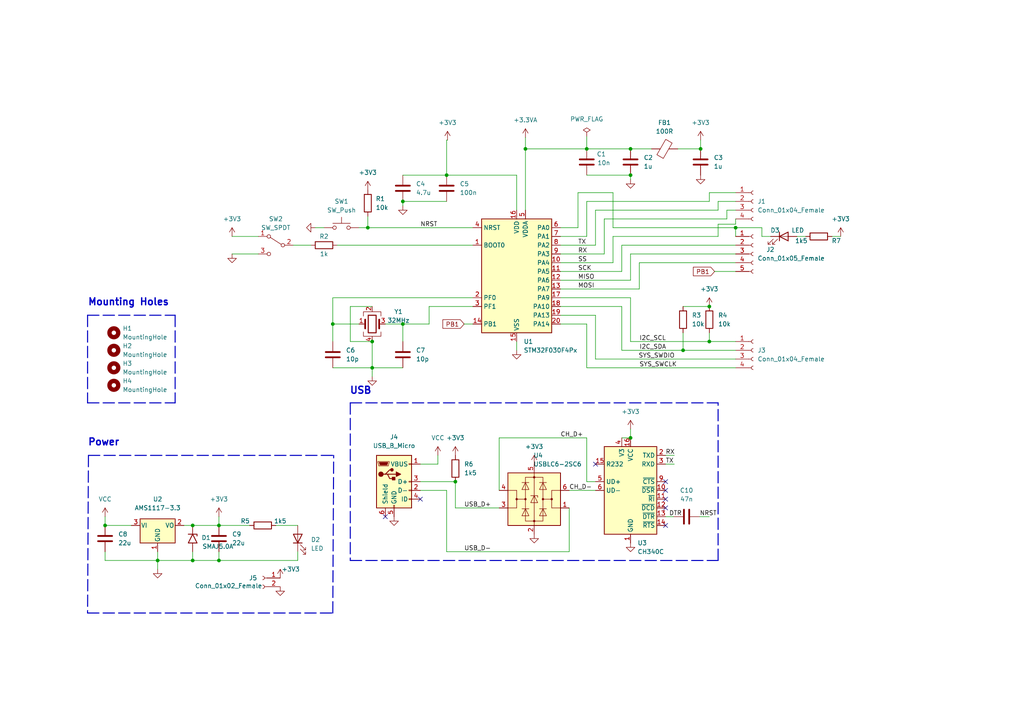
<source format=kicad_sch>
(kicad_sch (version 20211123) (generator eeschema)

  (uuid 68fdc394-ff74-40d8-9991-2bcddcd4e840)

  (paper "A4")

  (title_block
    (title "STM32F030F4 Dev Board")
    (date "2023-07-26")
    (rev "MK I")
    (company "Ahmed S. Ghanem")
  )

  (lib_symbols
    (symbol "Connector:Conn_01x02_Female" (pin_names (offset 1.016) hide) (in_bom yes) (on_board yes)
      (property "Reference" "J" (id 0) (at 0 2.54 0)
        (effects (font (size 1.27 1.27)))
      )
      (property "Value" "Conn_01x02_Female" (id 1) (at 0 -5.08 0)
        (effects (font (size 1.27 1.27)))
      )
      (property "Footprint" "" (id 2) (at 0 0 0)
        (effects (font (size 1.27 1.27)) hide)
      )
      (property "Datasheet" "~" (id 3) (at 0 0 0)
        (effects (font (size 1.27 1.27)) hide)
      )
      (property "ki_keywords" "connector" (id 4) (at 0 0 0)
        (effects (font (size 1.27 1.27)) hide)
      )
      (property "ki_description" "Generic connector, single row, 01x02, script generated (kicad-library-utils/schlib/autogen/connector/)" (id 5) (at 0 0 0)
        (effects (font (size 1.27 1.27)) hide)
      )
      (property "ki_fp_filters" "Connector*:*_1x??_*" (id 6) (at 0 0 0)
        (effects (font (size 1.27 1.27)) hide)
      )
      (symbol "Conn_01x02_Female_1_1"
        (arc (start 0 -2.032) (mid -0.508 -2.54) (end 0 -3.048)
          (stroke (width 0.1524) (type default) (color 0 0 0 0))
          (fill (type none))
        )
        (polyline
          (pts
            (xy -1.27 -2.54)
            (xy -0.508 -2.54)
          )
          (stroke (width 0.1524) (type default) (color 0 0 0 0))
          (fill (type none))
        )
        (polyline
          (pts
            (xy -1.27 0)
            (xy -0.508 0)
          )
          (stroke (width 0.1524) (type default) (color 0 0 0 0))
          (fill (type none))
        )
        (arc (start 0 0.508) (mid -0.508 0) (end 0 -0.508)
          (stroke (width 0.1524) (type default) (color 0 0 0 0))
          (fill (type none))
        )
        (pin passive line (at -5.08 0 0) (length 3.81)
          (name "Pin_1" (effects (font (size 1.27 1.27))))
          (number "1" (effects (font (size 1.27 1.27))))
        )
        (pin passive line (at -5.08 -2.54 0) (length 3.81)
          (name "Pin_2" (effects (font (size 1.27 1.27))))
          (number "2" (effects (font (size 1.27 1.27))))
        )
      )
    )
    (symbol "Connector:Conn_01x04_Female" (pin_names (offset 1.016) hide) (in_bom yes) (on_board yes)
      (property "Reference" "J" (id 0) (at 0 5.08 0)
        (effects (font (size 1.27 1.27)))
      )
      (property "Value" "Conn_01x04_Female" (id 1) (at 0 -7.62 0)
        (effects (font (size 1.27 1.27)))
      )
      (property "Footprint" "" (id 2) (at 0 0 0)
        (effects (font (size 1.27 1.27)) hide)
      )
      (property "Datasheet" "~" (id 3) (at 0 0 0)
        (effects (font (size 1.27 1.27)) hide)
      )
      (property "ki_keywords" "connector" (id 4) (at 0 0 0)
        (effects (font (size 1.27 1.27)) hide)
      )
      (property "ki_description" "Generic connector, single row, 01x04, script generated (kicad-library-utils/schlib/autogen/connector/)" (id 5) (at 0 0 0)
        (effects (font (size 1.27 1.27)) hide)
      )
      (property "ki_fp_filters" "Connector*:*_1x??_*" (id 6) (at 0 0 0)
        (effects (font (size 1.27 1.27)) hide)
      )
      (symbol "Conn_01x04_Female_1_1"
        (arc (start 0 -4.572) (mid -0.508 -5.08) (end 0 -5.588)
          (stroke (width 0.1524) (type default) (color 0 0 0 0))
          (fill (type none))
        )
        (arc (start 0 -2.032) (mid -0.508 -2.54) (end 0 -3.048)
          (stroke (width 0.1524) (type default) (color 0 0 0 0))
          (fill (type none))
        )
        (polyline
          (pts
            (xy -1.27 -5.08)
            (xy -0.508 -5.08)
          )
          (stroke (width 0.1524) (type default) (color 0 0 0 0))
          (fill (type none))
        )
        (polyline
          (pts
            (xy -1.27 -2.54)
            (xy -0.508 -2.54)
          )
          (stroke (width 0.1524) (type default) (color 0 0 0 0))
          (fill (type none))
        )
        (polyline
          (pts
            (xy -1.27 0)
            (xy -0.508 0)
          )
          (stroke (width 0.1524) (type default) (color 0 0 0 0))
          (fill (type none))
        )
        (polyline
          (pts
            (xy -1.27 2.54)
            (xy -0.508 2.54)
          )
          (stroke (width 0.1524) (type default) (color 0 0 0 0))
          (fill (type none))
        )
        (arc (start 0 0.508) (mid -0.508 0) (end 0 -0.508)
          (stroke (width 0.1524) (type default) (color 0 0 0 0))
          (fill (type none))
        )
        (arc (start 0 3.048) (mid -0.508 2.54) (end 0 2.032)
          (stroke (width 0.1524) (type default) (color 0 0 0 0))
          (fill (type none))
        )
        (pin passive line (at -5.08 2.54 0) (length 3.81)
          (name "Pin_1" (effects (font (size 1.27 1.27))))
          (number "1" (effects (font (size 1.27 1.27))))
        )
        (pin passive line (at -5.08 0 0) (length 3.81)
          (name "Pin_2" (effects (font (size 1.27 1.27))))
          (number "2" (effects (font (size 1.27 1.27))))
        )
        (pin passive line (at -5.08 -2.54 0) (length 3.81)
          (name "Pin_3" (effects (font (size 1.27 1.27))))
          (number "3" (effects (font (size 1.27 1.27))))
        )
        (pin passive line (at -5.08 -5.08 0) (length 3.81)
          (name "Pin_4" (effects (font (size 1.27 1.27))))
          (number "4" (effects (font (size 1.27 1.27))))
        )
      )
    )
    (symbol "Connector:Conn_01x05_Female" (pin_names (offset 1.016) hide) (in_bom yes) (on_board yes)
      (property "Reference" "J" (id 0) (at 0 7.62 0)
        (effects (font (size 1.27 1.27)))
      )
      (property "Value" "Conn_01x05_Female" (id 1) (at 0 -7.62 0)
        (effects (font (size 1.27 1.27)))
      )
      (property "Footprint" "" (id 2) (at 0 0 0)
        (effects (font (size 1.27 1.27)) hide)
      )
      (property "Datasheet" "~" (id 3) (at 0 0 0)
        (effects (font (size 1.27 1.27)) hide)
      )
      (property "ki_keywords" "connector" (id 4) (at 0 0 0)
        (effects (font (size 1.27 1.27)) hide)
      )
      (property "ki_description" "Generic connector, single row, 01x05, script generated (kicad-library-utils/schlib/autogen/connector/)" (id 5) (at 0 0 0)
        (effects (font (size 1.27 1.27)) hide)
      )
      (property "ki_fp_filters" "Connector*:*_1x??_*" (id 6) (at 0 0 0)
        (effects (font (size 1.27 1.27)) hide)
      )
      (symbol "Conn_01x05_Female_1_1"
        (arc (start 0 -4.572) (mid -0.508 -5.08) (end 0 -5.588)
          (stroke (width 0.1524) (type default) (color 0 0 0 0))
          (fill (type none))
        )
        (arc (start 0 -2.032) (mid -0.508 -2.54) (end 0 -3.048)
          (stroke (width 0.1524) (type default) (color 0 0 0 0))
          (fill (type none))
        )
        (polyline
          (pts
            (xy -1.27 -5.08)
            (xy -0.508 -5.08)
          )
          (stroke (width 0.1524) (type default) (color 0 0 0 0))
          (fill (type none))
        )
        (polyline
          (pts
            (xy -1.27 -2.54)
            (xy -0.508 -2.54)
          )
          (stroke (width 0.1524) (type default) (color 0 0 0 0))
          (fill (type none))
        )
        (polyline
          (pts
            (xy -1.27 0)
            (xy -0.508 0)
          )
          (stroke (width 0.1524) (type default) (color 0 0 0 0))
          (fill (type none))
        )
        (polyline
          (pts
            (xy -1.27 2.54)
            (xy -0.508 2.54)
          )
          (stroke (width 0.1524) (type default) (color 0 0 0 0))
          (fill (type none))
        )
        (polyline
          (pts
            (xy -1.27 5.08)
            (xy -0.508 5.08)
          )
          (stroke (width 0.1524) (type default) (color 0 0 0 0))
          (fill (type none))
        )
        (arc (start 0 0.508) (mid -0.508 0) (end 0 -0.508)
          (stroke (width 0.1524) (type default) (color 0 0 0 0))
          (fill (type none))
        )
        (arc (start 0 3.048) (mid -0.508 2.54) (end 0 2.032)
          (stroke (width 0.1524) (type default) (color 0 0 0 0))
          (fill (type none))
        )
        (arc (start 0 5.588) (mid -0.508 5.08) (end 0 4.572)
          (stroke (width 0.1524) (type default) (color 0 0 0 0))
          (fill (type none))
        )
        (pin passive line (at -5.08 5.08 0) (length 3.81)
          (name "Pin_1" (effects (font (size 1.27 1.27))))
          (number "1" (effects (font (size 1.27 1.27))))
        )
        (pin passive line (at -5.08 2.54 0) (length 3.81)
          (name "Pin_2" (effects (font (size 1.27 1.27))))
          (number "2" (effects (font (size 1.27 1.27))))
        )
        (pin passive line (at -5.08 0 0) (length 3.81)
          (name "Pin_3" (effects (font (size 1.27 1.27))))
          (number "3" (effects (font (size 1.27 1.27))))
        )
        (pin passive line (at -5.08 -2.54 0) (length 3.81)
          (name "Pin_4" (effects (font (size 1.27 1.27))))
          (number "4" (effects (font (size 1.27 1.27))))
        )
        (pin passive line (at -5.08 -5.08 0) (length 3.81)
          (name "Pin_5" (effects (font (size 1.27 1.27))))
          (number "5" (effects (font (size 1.27 1.27))))
        )
      )
    )
    (symbol "Connector:USB_B_Micro" (pin_names (offset 1.016)) (in_bom yes) (on_board yes)
      (property "Reference" "J" (id 0) (at -5.08 11.43 0)
        (effects (font (size 1.27 1.27)) (justify left))
      )
      (property "Value" "USB_B_Micro" (id 1) (at -5.08 8.89 0)
        (effects (font (size 1.27 1.27)) (justify left))
      )
      (property "Footprint" "" (id 2) (at 3.81 -1.27 0)
        (effects (font (size 1.27 1.27)) hide)
      )
      (property "Datasheet" "~" (id 3) (at 3.81 -1.27 0)
        (effects (font (size 1.27 1.27)) hide)
      )
      (property "ki_keywords" "connector USB micro" (id 4) (at 0 0 0)
        (effects (font (size 1.27 1.27)) hide)
      )
      (property "ki_description" "USB Micro Type B connector" (id 5) (at 0 0 0)
        (effects (font (size 1.27 1.27)) hide)
      )
      (property "ki_fp_filters" "USB*" (id 6) (at 0 0 0)
        (effects (font (size 1.27 1.27)) hide)
      )
      (symbol "USB_B_Micro_0_1"
        (rectangle (start -5.08 -7.62) (end 5.08 7.62)
          (stroke (width 0.254) (type default) (color 0 0 0 0))
          (fill (type background))
        )
        (circle (center -3.81 2.159) (radius 0.635)
          (stroke (width 0.254) (type default) (color 0 0 0 0))
          (fill (type outline))
        )
        (circle (center -0.635 3.429) (radius 0.381)
          (stroke (width 0.254) (type default) (color 0 0 0 0))
          (fill (type outline))
        )
        (rectangle (start -0.127 -7.62) (end 0.127 -6.858)
          (stroke (width 0) (type default) (color 0 0 0 0))
          (fill (type none))
        )
        (polyline
          (pts
            (xy -1.905 2.159)
            (xy 0.635 2.159)
          )
          (stroke (width 0.254) (type default) (color 0 0 0 0))
          (fill (type none))
        )
        (polyline
          (pts
            (xy -3.175 2.159)
            (xy -2.54 2.159)
            (xy -1.27 3.429)
            (xy -0.635 3.429)
          )
          (stroke (width 0.254) (type default) (color 0 0 0 0))
          (fill (type none))
        )
        (polyline
          (pts
            (xy -2.54 2.159)
            (xy -1.905 2.159)
            (xy -1.27 0.889)
            (xy 0 0.889)
          )
          (stroke (width 0.254) (type default) (color 0 0 0 0))
          (fill (type none))
        )
        (polyline
          (pts
            (xy 0.635 2.794)
            (xy 0.635 1.524)
            (xy 1.905 2.159)
            (xy 0.635 2.794)
          )
          (stroke (width 0.254) (type default) (color 0 0 0 0))
          (fill (type outline))
        )
        (polyline
          (pts
            (xy -4.318 5.588)
            (xy -1.778 5.588)
            (xy -2.032 4.826)
            (xy -4.064 4.826)
            (xy -4.318 5.588)
          )
          (stroke (width 0) (type default) (color 0 0 0 0))
          (fill (type outline))
        )
        (polyline
          (pts
            (xy -4.699 5.842)
            (xy -4.699 5.588)
            (xy -4.445 4.826)
            (xy -4.445 4.572)
            (xy -1.651 4.572)
            (xy -1.651 4.826)
            (xy -1.397 5.588)
            (xy -1.397 5.842)
            (xy -4.699 5.842)
          )
          (stroke (width 0) (type default) (color 0 0 0 0))
          (fill (type none))
        )
        (rectangle (start 0.254 1.27) (end -0.508 0.508)
          (stroke (width 0.254) (type default) (color 0 0 0 0))
          (fill (type outline))
        )
        (rectangle (start 5.08 -5.207) (end 4.318 -4.953)
          (stroke (width 0) (type default) (color 0 0 0 0))
          (fill (type none))
        )
        (rectangle (start 5.08 -2.667) (end 4.318 -2.413)
          (stroke (width 0) (type default) (color 0 0 0 0))
          (fill (type none))
        )
        (rectangle (start 5.08 -0.127) (end 4.318 0.127)
          (stroke (width 0) (type default) (color 0 0 0 0))
          (fill (type none))
        )
        (rectangle (start 5.08 4.953) (end 4.318 5.207)
          (stroke (width 0) (type default) (color 0 0 0 0))
          (fill (type none))
        )
      )
      (symbol "USB_B_Micro_1_1"
        (pin power_out line (at 7.62 5.08 180) (length 2.54)
          (name "VBUS" (effects (font (size 1.27 1.27))))
          (number "1" (effects (font (size 1.27 1.27))))
        )
        (pin bidirectional line (at 7.62 -2.54 180) (length 2.54)
          (name "D-" (effects (font (size 1.27 1.27))))
          (number "2" (effects (font (size 1.27 1.27))))
        )
        (pin bidirectional line (at 7.62 0 180) (length 2.54)
          (name "D+" (effects (font (size 1.27 1.27))))
          (number "3" (effects (font (size 1.27 1.27))))
        )
        (pin passive line (at 7.62 -5.08 180) (length 2.54)
          (name "ID" (effects (font (size 1.27 1.27))))
          (number "4" (effects (font (size 1.27 1.27))))
        )
        (pin power_out line (at 0 -10.16 90) (length 2.54)
          (name "GND" (effects (font (size 1.27 1.27))))
          (number "5" (effects (font (size 1.27 1.27))))
        )
        (pin passive line (at -2.54 -10.16 90) (length 2.54)
          (name "Shield" (effects (font (size 1.27 1.27))))
          (number "6" (effects (font (size 1.27 1.27))))
        )
      )
    )
    (symbol "Device:C" (pin_numbers hide) (pin_names (offset 0.254)) (in_bom yes) (on_board yes)
      (property "Reference" "C" (id 0) (at 0.635 2.54 0)
        (effects (font (size 1.27 1.27)) (justify left))
      )
      (property "Value" "C" (id 1) (at 0.635 -2.54 0)
        (effects (font (size 1.27 1.27)) (justify left))
      )
      (property "Footprint" "" (id 2) (at 0.9652 -3.81 0)
        (effects (font (size 1.27 1.27)) hide)
      )
      (property "Datasheet" "~" (id 3) (at 0 0 0)
        (effects (font (size 1.27 1.27)) hide)
      )
      (property "ki_keywords" "cap capacitor" (id 4) (at 0 0 0)
        (effects (font (size 1.27 1.27)) hide)
      )
      (property "ki_description" "Unpolarized capacitor" (id 5) (at 0 0 0)
        (effects (font (size 1.27 1.27)) hide)
      )
      (property "ki_fp_filters" "C_*" (id 6) (at 0 0 0)
        (effects (font (size 1.27 1.27)) hide)
      )
      (symbol "C_0_1"
        (polyline
          (pts
            (xy -2.032 -0.762)
            (xy 2.032 -0.762)
          )
          (stroke (width 0.508) (type default) (color 0 0 0 0))
          (fill (type none))
        )
        (polyline
          (pts
            (xy -2.032 0.762)
            (xy 2.032 0.762)
          )
          (stroke (width 0.508) (type default) (color 0 0 0 0))
          (fill (type none))
        )
      )
      (symbol "C_1_1"
        (pin passive line (at 0 3.81 270) (length 2.794)
          (name "~" (effects (font (size 1.27 1.27))))
          (number "1" (effects (font (size 1.27 1.27))))
        )
        (pin passive line (at 0 -3.81 90) (length 2.794)
          (name "~" (effects (font (size 1.27 1.27))))
          (number "2" (effects (font (size 1.27 1.27))))
        )
      )
    )
    (symbol "Device:Crystal_GND24" (pin_names (offset 1.016) hide) (in_bom yes) (on_board yes)
      (property "Reference" "Y" (id 0) (at 3.175 5.08 0)
        (effects (font (size 1.27 1.27)) (justify left))
      )
      (property "Value" "Crystal_GND24" (id 1) (at 3.175 3.175 0)
        (effects (font (size 1.27 1.27)) (justify left))
      )
      (property "Footprint" "" (id 2) (at 0 0 0)
        (effects (font (size 1.27 1.27)) hide)
      )
      (property "Datasheet" "~" (id 3) (at 0 0 0)
        (effects (font (size 1.27 1.27)) hide)
      )
      (property "ki_keywords" "quartz ceramic resonator oscillator" (id 4) (at 0 0 0)
        (effects (font (size 1.27 1.27)) hide)
      )
      (property "ki_description" "Four pin crystal, GND on pins 2 and 4" (id 5) (at 0 0 0)
        (effects (font (size 1.27 1.27)) hide)
      )
      (property "ki_fp_filters" "Crystal*" (id 6) (at 0 0 0)
        (effects (font (size 1.27 1.27)) hide)
      )
      (symbol "Crystal_GND24_0_1"
        (rectangle (start -1.143 2.54) (end 1.143 -2.54)
          (stroke (width 0.3048) (type default) (color 0 0 0 0))
          (fill (type none))
        )
        (polyline
          (pts
            (xy -2.54 0)
            (xy -2.032 0)
          )
          (stroke (width 0) (type default) (color 0 0 0 0))
          (fill (type none))
        )
        (polyline
          (pts
            (xy -2.032 -1.27)
            (xy -2.032 1.27)
          )
          (stroke (width 0.508) (type default) (color 0 0 0 0))
          (fill (type none))
        )
        (polyline
          (pts
            (xy 0 -3.81)
            (xy 0 -3.556)
          )
          (stroke (width 0) (type default) (color 0 0 0 0))
          (fill (type none))
        )
        (polyline
          (pts
            (xy 0 3.556)
            (xy 0 3.81)
          )
          (stroke (width 0) (type default) (color 0 0 0 0))
          (fill (type none))
        )
        (polyline
          (pts
            (xy 2.032 -1.27)
            (xy 2.032 1.27)
          )
          (stroke (width 0.508) (type default) (color 0 0 0 0))
          (fill (type none))
        )
        (polyline
          (pts
            (xy 2.032 0)
            (xy 2.54 0)
          )
          (stroke (width 0) (type default) (color 0 0 0 0))
          (fill (type none))
        )
        (polyline
          (pts
            (xy -2.54 -2.286)
            (xy -2.54 -3.556)
            (xy 2.54 -3.556)
            (xy 2.54 -2.286)
          )
          (stroke (width 0) (type default) (color 0 0 0 0))
          (fill (type none))
        )
        (polyline
          (pts
            (xy -2.54 2.286)
            (xy -2.54 3.556)
            (xy 2.54 3.556)
            (xy 2.54 2.286)
          )
          (stroke (width 0) (type default) (color 0 0 0 0))
          (fill (type none))
        )
      )
      (symbol "Crystal_GND24_1_1"
        (pin passive line (at -3.81 0 0) (length 1.27)
          (name "1" (effects (font (size 1.27 1.27))))
          (number "1" (effects (font (size 1.27 1.27))))
        )
        (pin passive line (at 0 5.08 270) (length 1.27)
          (name "2" (effects (font (size 1.27 1.27))))
          (number "2" (effects (font (size 1.27 1.27))))
        )
        (pin passive line (at 3.81 0 180) (length 1.27)
          (name "3" (effects (font (size 1.27 1.27))))
          (number "3" (effects (font (size 1.27 1.27))))
        )
        (pin passive line (at 0 -5.08 90) (length 1.27)
          (name "4" (effects (font (size 1.27 1.27))))
          (number "4" (effects (font (size 1.27 1.27))))
        )
      )
    )
    (symbol "Device:FerriteBead" (pin_numbers hide) (pin_names (offset 0)) (in_bom yes) (on_board yes)
      (property "Reference" "FB" (id 0) (at -3.81 0.635 90)
        (effects (font (size 1.27 1.27)))
      )
      (property "Value" "FerriteBead" (id 1) (at 3.81 0 90)
        (effects (font (size 1.27 1.27)))
      )
      (property "Footprint" "" (id 2) (at -1.778 0 90)
        (effects (font (size 1.27 1.27)) hide)
      )
      (property "Datasheet" "~" (id 3) (at 0 0 0)
        (effects (font (size 1.27 1.27)) hide)
      )
      (property "ki_keywords" "L ferrite bead inductor filter" (id 4) (at 0 0 0)
        (effects (font (size 1.27 1.27)) hide)
      )
      (property "ki_description" "Ferrite bead" (id 5) (at 0 0 0)
        (effects (font (size 1.27 1.27)) hide)
      )
      (property "ki_fp_filters" "Inductor_* L_* *Ferrite*" (id 6) (at 0 0 0)
        (effects (font (size 1.27 1.27)) hide)
      )
      (symbol "FerriteBead_0_1"
        (polyline
          (pts
            (xy 0 -1.27)
            (xy 0 -1.2192)
          )
          (stroke (width 0) (type default) (color 0 0 0 0))
          (fill (type none))
        )
        (polyline
          (pts
            (xy 0 1.27)
            (xy 0 1.2954)
          )
          (stroke (width 0) (type default) (color 0 0 0 0))
          (fill (type none))
        )
        (polyline
          (pts
            (xy -2.7686 0.4064)
            (xy -1.7018 2.2606)
            (xy 2.7686 -0.3048)
            (xy 1.6764 -2.159)
            (xy -2.7686 0.4064)
          )
          (stroke (width 0) (type default) (color 0 0 0 0))
          (fill (type none))
        )
      )
      (symbol "FerriteBead_1_1"
        (pin passive line (at 0 3.81 270) (length 2.54)
          (name "~" (effects (font (size 1.27 1.27))))
          (number "1" (effects (font (size 1.27 1.27))))
        )
        (pin passive line (at 0 -3.81 90) (length 2.54)
          (name "~" (effects (font (size 1.27 1.27))))
          (number "2" (effects (font (size 1.27 1.27))))
        )
      )
    )
    (symbol "Device:LED" (pin_numbers hide) (pin_names (offset 1.016) hide) (in_bom yes) (on_board yes)
      (property "Reference" "D" (id 0) (at 0 2.54 0)
        (effects (font (size 1.27 1.27)))
      )
      (property "Value" "LED" (id 1) (at 0 -2.54 0)
        (effects (font (size 1.27 1.27)))
      )
      (property "Footprint" "" (id 2) (at 0 0 0)
        (effects (font (size 1.27 1.27)) hide)
      )
      (property "Datasheet" "~" (id 3) (at 0 0 0)
        (effects (font (size 1.27 1.27)) hide)
      )
      (property "ki_keywords" "LED diode" (id 4) (at 0 0 0)
        (effects (font (size 1.27 1.27)) hide)
      )
      (property "ki_description" "Light emitting diode" (id 5) (at 0 0 0)
        (effects (font (size 1.27 1.27)) hide)
      )
      (property "ki_fp_filters" "LED* LED_SMD:* LED_THT:*" (id 6) (at 0 0 0)
        (effects (font (size 1.27 1.27)) hide)
      )
      (symbol "LED_0_1"
        (polyline
          (pts
            (xy -1.27 -1.27)
            (xy -1.27 1.27)
          )
          (stroke (width 0.254) (type default) (color 0 0 0 0))
          (fill (type none))
        )
        (polyline
          (pts
            (xy -1.27 0)
            (xy 1.27 0)
          )
          (stroke (width 0) (type default) (color 0 0 0 0))
          (fill (type none))
        )
        (polyline
          (pts
            (xy 1.27 -1.27)
            (xy 1.27 1.27)
            (xy -1.27 0)
            (xy 1.27 -1.27)
          )
          (stroke (width 0.254) (type default) (color 0 0 0 0))
          (fill (type none))
        )
        (polyline
          (pts
            (xy -3.048 -0.762)
            (xy -4.572 -2.286)
            (xy -3.81 -2.286)
            (xy -4.572 -2.286)
            (xy -4.572 -1.524)
          )
          (stroke (width 0) (type default) (color 0 0 0 0))
          (fill (type none))
        )
        (polyline
          (pts
            (xy -1.778 -0.762)
            (xy -3.302 -2.286)
            (xy -2.54 -2.286)
            (xy -3.302 -2.286)
            (xy -3.302 -1.524)
          )
          (stroke (width 0) (type default) (color 0 0 0 0))
          (fill (type none))
        )
      )
      (symbol "LED_1_1"
        (pin passive line (at -3.81 0 0) (length 2.54)
          (name "K" (effects (font (size 1.27 1.27))))
          (number "1" (effects (font (size 1.27 1.27))))
        )
        (pin passive line (at 3.81 0 180) (length 2.54)
          (name "A" (effects (font (size 1.27 1.27))))
          (number "2" (effects (font (size 1.27 1.27))))
        )
      )
    )
    (symbol "Device:R" (pin_numbers hide) (pin_names (offset 0)) (in_bom yes) (on_board yes)
      (property "Reference" "R" (id 0) (at 2.032 0 90)
        (effects (font (size 1.27 1.27)))
      )
      (property "Value" "R" (id 1) (at 0 0 90)
        (effects (font (size 1.27 1.27)))
      )
      (property "Footprint" "" (id 2) (at -1.778 0 90)
        (effects (font (size 1.27 1.27)) hide)
      )
      (property "Datasheet" "~" (id 3) (at 0 0 0)
        (effects (font (size 1.27 1.27)) hide)
      )
      (property "ki_keywords" "R res resistor" (id 4) (at 0 0 0)
        (effects (font (size 1.27 1.27)) hide)
      )
      (property "ki_description" "Resistor" (id 5) (at 0 0 0)
        (effects (font (size 1.27 1.27)) hide)
      )
      (property "ki_fp_filters" "R_*" (id 6) (at 0 0 0)
        (effects (font (size 1.27 1.27)) hide)
      )
      (symbol "R_0_1"
        (rectangle (start -1.016 -2.54) (end 1.016 2.54)
          (stroke (width 0.254) (type default) (color 0 0 0 0))
          (fill (type none))
        )
      )
      (symbol "R_1_1"
        (pin passive line (at 0 3.81 270) (length 1.27)
          (name "~" (effects (font (size 1.27 1.27))))
          (number "1" (effects (font (size 1.27 1.27))))
        )
        (pin passive line (at 0 -3.81 90) (length 1.27)
          (name "~" (effects (font (size 1.27 1.27))))
          (number "2" (effects (font (size 1.27 1.27))))
        )
      )
    )
    (symbol "Diode:SM6T6V8A" (pin_numbers hide) (pin_names (offset 1.016) hide) (in_bom yes) (on_board yes)
      (property "Reference" "D" (id 0) (at 0 2.54 0)
        (effects (font (size 1.27 1.27)))
      )
      (property "Value" "SM6T6V8A" (id 1) (at 0 -2.54 0)
        (effects (font (size 1.27 1.27)))
      )
      (property "Footprint" "Diode_SMD:D_SMB" (id 2) (at 0 -5.08 0)
        (effects (font (size 1.27 1.27)) hide)
      )
      (property "Datasheet" "https://www.st.com/resource/en/datasheet/sm6t.pdf" (id 3) (at -1.27 0 0)
        (effects (font (size 1.27 1.27)) hide)
      )
      (property "ki_keywords" "diode TVS voltage suppressor" (id 4) (at 0 0 0)
        (effects (font (size 1.27 1.27)) hide)
      )
      (property "ki_description" "600W unidirectional Transil Transient Voltage Suppressor, 6.8Vrwm, DO-214AA" (id 5) (at 0 0 0)
        (effects (font (size 1.27 1.27)) hide)
      )
      (property "ki_fp_filters" "D*SMB*" (id 6) (at 0 0 0)
        (effects (font (size 1.27 1.27)) hide)
      )
      (symbol "SM6T6V8A_0_1"
        (polyline
          (pts
            (xy -0.762 1.27)
            (xy -1.27 1.27)
            (xy -1.27 -1.27)
          )
          (stroke (width 0.254) (type default) (color 0 0 0 0))
          (fill (type none))
        )
        (polyline
          (pts
            (xy 1.27 1.27)
            (xy 1.27 -1.27)
            (xy -1.27 0)
            (xy 1.27 1.27)
          )
          (stroke (width 0.254) (type default) (color 0 0 0 0))
          (fill (type none))
        )
      )
      (symbol "SM6T6V8A_1_1"
        (pin passive line (at -3.81 0 0) (length 2.54)
          (name "A1" (effects (font (size 1.27 1.27))))
          (number "1" (effects (font (size 1.27 1.27))))
        )
        (pin passive line (at 3.81 0 180) (length 2.54)
          (name "A2" (effects (font (size 1.27 1.27))))
          (number "2" (effects (font (size 1.27 1.27))))
        )
      )
    )
    (symbol "Interface_USB:CH340C" (in_bom yes) (on_board yes)
      (property "Reference" "U" (id 0) (at -5.08 13.97 0)
        (effects (font (size 1.27 1.27)) (justify right))
      )
      (property "Value" "CH340C" (id 1) (at 1.27 13.97 0)
        (effects (font (size 1.27 1.27)) (justify left))
      )
      (property "Footprint" "Package_SO:SOIC-16_3.9x9.9mm_P1.27mm" (id 2) (at 1.27 -13.97 0)
        (effects (font (size 1.27 1.27)) (justify left) hide)
      )
      (property "Datasheet" "https://datasheet.lcsc.com/szlcsc/Jiangsu-Qin-Heng-CH340C_C84681.pdf" (id 3) (at -8.89 20.32 0)
        (effects (font (size 1.27 1.27)) hide)
      )
      (property "ki_keywords" "USB UART Serial Converter Interface" (id 4) (at 0 0 0)
        (effects (font (size 1.27 1.27)) hide)
      )
      (property "ki_description" "USB serial converter, UART, SOIC-16" (id 5) (at 0 0 0)
        (effects (font (size 1.27 1.27)) hide)
      )
      (property "ki_fp_filters" "SOIC*3.9x9.9mm*P1.27mm*" (id 6) (at 0 0 0)
        (effects (font (size 1.27 1.27)) hide)
      )
      (symbol "CH340C_0_1"
        (rectangle (start -7.62 12.7) (end 7.62 -12.7)
          (stroke (width 0.254) (type default) (color 0 0 0 0))
          (fill (type background))
        )
      )
      (symbol "CH340C_1_1"
        (pin power_in line (at 0 -15.24 90) (length 2.54)
          (name "GND" (effects (font (size 1.27 1.27))))
          (number "1" (effects (font (size 1.27 1.27))))
        )
        (pin input line (at 10.16 0 180) (length 2.54)
          (name "~{DSR}" (effects (font (size 1.27 1.27))))
          (number "10" (effects (font (size 1.27 1.27))))
        )
        (pin input line (at 10.16 -2.54 180) (length 2.54)
          (name "~{RI}" (effects (font (size 1.27 1.27))))
          (number "11" (effects (font (size 1.27 1.27))))
        )
        (pin input line (at 10.16 -5.08 180) (length 2.54)
          (name "~{DCD}" (effects (font (size 1.27 1.27))))
          (number "12" (effects (font (size 1.27 1.27))))
        )
        (pin output line (at 10.16 -7.62 180) (length 2.54)
          (name "~{DTR}" (effects (font (size 1.27 1.27))))
          (number "13" (effects (font (size 1.27 1.27))))
        )
        (pin output line (at 10.16 -10.16 180) (length 2.54)
          (name "~{RTS}" (effects (font (size 1.27 1.27))))
          (number "14" (effects (font (size 1.27 1.27))))
        )
        (pin input line (at -10.16 7.62 0) (length 2.54)
          (name "R232" (effects (font (size 1.27 1.27))))
          (number "15" (effects (font (size 1.27 1.27))))
        )
        (pin power_in line (at 0 15.24 270) (length 2.54)
          (name "VCC" (effects (font (size 1.27 1.27))))
          (number "16" (effects (font (size 1.27 1.27))))
        )
        (pin output line (at 10.16 10.16 180) (length 2.54)
          (name "TXD" (effects (font (size 1.27 1.27))))
          (number "2" (effects (font (size 1.27 1.27))))
        )
        (pin input line (at 10.16 7.62 180) (length 2.54)
          (name "RXD" (effects (font (size 1.27 1.27))))
          (number "3" (effects (font (size 1.27 1.27))))
        )
        (pin passive line (at -2.54 15.24 270) (length 2.54)
          (name "V3" (effects (font (size 1.27 1.27))))
          (number "4" (effects (font (size 1.27 1.27))))
        )
        (pin bidirectional line (at -10.16 2.54 0) (length 2.54)
          (name "UD+" (effects (font (size 1.27 1.27))))
          (number "5" (effects (font (size 1.27 1.27))))
        )
        (pin bidirectional line (at -10.16 0 0) (length 2.54)
          (name "UD-" (effects (font (size 1.27 1.27))))
          (number "6" (effects (font (size 1.27 1.27))))
        )
        (pin no_connect line (at -7.62 -7.62 0) (length 2.54) hide
          (name "NC" (effects (font (size 1.27 1.27))))
          (number "7" (effects (font (size 1.27 1.27))))
        )
        (pin no_connect line (at -7.62 -10.16 0) (length 2.54) hide
          (name "NC" (effects (font (size 1.27 1.27))))
          (number "8" (effects (font (size 1.27 1.27))))
        )
        (pin input line (at 10.16 2.54 180) (length 2.54)
          (name "~{CTS}" (effects (font (size 1.27 1.27))))
          (number "9" (effects (font (size 1.27 1.27))))
        )
      )
    )
    (symbol "MCU_ST_STM32F0:STM32F030F4Px" (in_bom yes) (on_board yes)
      (property "Reference" "U" (id 0) (at -10.16 16.51 0)
        (effects (font (size 1.27 1.27)) (justify left))
      )
      (property "Value" "STM32F030F4Px" (id 1) (at 5.08 16.51 0)
        (effects (font (size 1.27 1.27)) (justify left))
      )
      (property "Footprint" "Package_SO:TSSOP-20_4.4x6.5mm_P0.65mm" (id 2) (at -10.16 -17.78 0)
        (effects (font (size 1.27 1.27)) (justify right) hide)
      )
      (property "Datasheet" "http://www.st.com/st-web-ui/static/active/en/resource/technical/document/datasheet/DM00088500.pdf" (id 3) (at 0 0 0)
        (effects (font (size 1.27 1.27)) hide)
      )
      (property "ki_keywords" "ARM Cortex-M0 STM32F0 STM32F0x0 Value Line" (id 4) (at 0 0 0)
        (effects (font (size 1.27 1.27)) hide)
      )
      (property "ki_description" "ARM Cortex-M0 MCU, 16KB flash, 4KB RAM, 48MHz, 2.4-3.6V, 15 GPIO, TSSOP-20" (id 5) (at 0 0 0)
        (effects (font (size 1.27 1.27)) hide)
      )
      (property "ki_fp_filters" "TSSOP*4.4x6.5mm*P0.65mm*" (id 6) (at 0 0 0)
        (effects (font (size 1.27 1.27)) hide)
      )
      (symbol "STM32F030F4Px_0_1"
        (rectangle (start -10.16 -17.78) (end 10.16 15.24)
          (stroke (width 0.254) (type default) (color 0 0 0 0))
          (fill (type background))
        )
      )
      (symbol "STM32F030F4Px_1_1"
        (pin input line (at -12.7 7.62 0) (length 2.54)
          (name "BOOT0" (effects (font (size 1.27 1.27))))
          (number "1" (effects (font (size 1.27 1.27))))
        )
        (pin bidirectional line (at 12.7 2.54 180) (length 2.54)
          (name "PA4" (effects (font (size 1.27 1.27))))
          (number "10" (effects (font (size 1.27 1.27))))
        )
        (pin bidirectional line (at 12.7 0 180) (length 2.54)
          (name "PA5" (effects (font (size 1.27 1.27))))
          (number "11" (effects (font (size 1.27 1.27))))
        )
        (pin bidirectional line (at 12.7 -2.54 180) (length 2.54)
          (name "PA6" (effects (font (size 1.27 1.27))))
          (number "12" (effects (font (size 1.27 1.27))))
        )
        (pin bidirectional line (at 12.7 -5.08 180) (length 2.54)
          (name "PA7" (effects (font (size 1.27 1.27))))
          (number "13" (effects (font (size 1.27 1.27))))
        )
        (pin bidirectional line (at -12.7 -15.24 0) (length 2.54)
          (name "PB1" (effects (font (size 1.27 1.27))))
          (number "14" (effects (font (size 1.27 1.27))))
        )
        (pin power_in line (at 0 -20.32 90) (length 2.54)
          (name "VSS" (effects (font (size 1.27 1.27))))
          (number "15" (effects (font (size 1.27 1.27))))
        )
        (pin power_in line (at 0 17.78 270) (length 2.54)
          (name "VDD" (effects (font (size 1.27 1.27))))
          (number "16" (effects (font (size 1.27 1.27))))
        )
        (pin bidirectional line (at 12.7 -7.62 180) (length 2.54)
          (name "PA9" (effects (font (size 1.27 1.27))))
          (number "17" (effects (font (size 1.27 1.27))))
        )
        (pin bidirectional line (at 12.7 -10.16 180) (length 2.54)
          (name "PA10" (effects (font (size 1.27 1.27))))
          (number "18" (effects (font (size 1.27 1.27))))
        )
        (pin bidirectional line (at 12.7 -12.7 180) (length 2.54)
          (name "PA13" (effects (font (size 1.27 1.27))))
          (number "19" (effects (font (size 1.27 1.27))))
        )
        (pin input line (at -12.7 -7.62 0) (length 2.54)
          (name "PF0" (effects (font (size 1.27 1.27))))
          (number "2" (effects (font (size 1.27 1.27))))
        )
        (pin bidirectional line (at 12.7 -15.24 180) (length 2.54)
          (name "PA14" (effects (font (size 1.27 1.27))))
          (number "20" (effects (font (size 1.27 1.27))))
        )
        (pin input line (at -12.7 -10.16 0) (length 2.54)
          (name "PF1" (effects (font (size 1.27 1.27))))
          (number "3" (effects (font (size 1.27 1.27))))
        )
        (pin input line (at -12.7 12.7 0) (length 2.54)
          (name "NRST" (effects (font (size 1.27 1.27))))
          (number "4" (effects (font (size 1.27 1.27))))
        )
        (pin power_in line (at 2.54 17.78 270) (length 2.54)
          (name "VDDA" (effects (font (size 1.27 1.27))))
          (number "5" (effects (font (size 1.27 1.27))))
        )
        (pin bidirectional line (at 12.7 12.7 180) (length 2.54)
          (name "PA0" (effects (font (size 1.27 1.27))))
          (number "6" (effects (font (size 1.27 1.27))))
        )
        (pin bidirectional line (at 12.7 10.16 180) (length 2.54)
          (name "PA1" (effects (font (size 1.27 1.27))))
          (number "7" (effects (font (size 1.27 1.27))))
        )
        (pin bidirectional line (at 12.7 7.62 180) (length 2.54)
          (name "PA2" (effects (font (size 1.27 1.27))))
          (number "8" (effects (font (size 1.27 1.27))))
        )
        (pin bidirectional line (at 12.7 5.08 180) (length 2.54)
          (name "PA3" (effects (font (size 1.27 1.27))))
          (number "9" (effects (font (size 1.27 1.27))))
        )
      )
    )
    (symbol "Mechanical:MountingHole" (pin_names (offset 1.016)) (in_bom yes) (on_board yes)
      (property "Reference" "H" (id 0) (at 0 5.08 0)
        (effects (font (size 1.27 1.27)))
      )
      (property "Value" "MountingHole" (id 1) (at 0 3.175 0)
        (effects (font (size 1.27 1.27)))
      )
      (property "Footprint" "" (id 2) (at 0 0 0)
        (effects (font (size 1.27 1.27)) hide)
      )
      (property "Datasheet" "~" (id 3) (at 0 0 0)
        (effects (font (size 1.27 1.27)) hide)
      )
      (property "ki_keywords" "mounting hole" (id 4) (at 0 0 0)
        (effects (font (size 1.27 1.27)) hide)
      )
      (property "ki_description" "Mounting Hole without connection" (id 5) (at 0 0 0)
        (effects (font (size 1.27 1.27)) hide)
      )
      (property "ki_fp_filters" "MountingHole*" (id 6) (at 0 0 0)
        (effects (font (size 1.27 1.27)) hide)
      )
      (symbol "MountingHole_0_1"
        (circle (center 0 0) (radius 1.27)
          (stroke (width 1.27) (type default) (color 0 0 0 0))
          (fill (type none))
        )
      )
    )
    (symbol "Power_Protection:USBLC6-2SC6" (pin_names hide) (in_bom yes) (on_board yes)
      (property "Reference" "U" (id 0) (at 2.54 8.89 0)
        (effects (font (size 1.27 1.27)) (justify left))
      )
      (property "Value" "USBLC6-2SC6" (id 1) (at 2.54 -8.89 0)
        (effects (font (size 1.27 1.27)) (justify left))
      )
      (property "Footprint" "Package_TO_SOT_SMD:SOT-23-6" (id 2) (at 0 -12.7 0)
        (effects (font (size 1.27 1.27)) hide)
      )
      (property "Datasheet" "https://www.st.com/resource/en/datasheet/usblc6-2.pdf" (id 3) (at 5.08 8.89 0)
        (effects (font (size 1.27 1.27)) hide)
      )
      (property "ki_keywords" "usb ethernet video" (id 4) (at 0 0 0)
        (effects (font (size 1.27 1.27)) hide)
      )
      (property "ki_description" "Very low capacitance ESD protection diode, 2 data-line, SOT-23-6" (id 5) (at 0 0 0)
        (effects (font (size 1.27 1.27)) hide)
      )
      (property "ki_fp_filters" "SOT?23*" (id 6) (at 0 0 0)
        (effects (font (size 1.27 1.27)) hide)
      )
      (symbol "USBLC6-2SC6_0_1"
        (rectangle (start -7.62 -7.62) (end 7.62 7.62)
          (stroke (width 0.254) (type default) (color 0 0 0 0))
          (fill (type background))
        )
        (circle (center -5.08 0) (radius 0.254)
          (stroke (width 0) (type default) (color 0 0 0 0))
          (fill (type outline))
        )
        (circle (center -2.54 0) (radius 0.254)
          (stroke (width 0) (type default) (color 0 0 0 0))
          (fill (type outline))
        )
        (rectangle (start -2.54 6.35) (end 2.54 -6.35)
          (stroke (width 0) (type default) (color 0 0 0 0))
          (fill (type none))
        )
        (circle (center 0 -6.35) (radius 0.254)
          (stroke (width 0) (type default) (color 0 0 0 0))
          (fill (type outline))
        )
        (polyline
          (pts
            (xy -5.08 -2.54)
            (xy -7.62 -2.54)
          )
          (stroke (width 0) (type default) (color 0 0 0 0))
          (fill (type none))
        )
        (polyline
          (pts
            (xy -5.08 0)
            (xy -5.08 -2.54)
          )
          (stroke (width 0) (type default) (color 0 0 0 0))
          (fill (type none))
        )
        (polyline
          (pts
            (xy -5.08 2.54)
            (xy -7.62 2.54)
          )
          (stroke (width 0) (type default) (color 0 0 0 0))
          (fill (type none))
        )
        (polyline
          (pts
            (xy -1.524 -2.794)
            (xy -3.556 -2.794)
          )
          (stroke (width 0) (type default) (color 0 0 0 0))
          (fill (type none))
        )
        (polyline
          (pts
            (xy -1.524 4.826)
            (xy -3.556 4.826)
          )
          (stroke (width 0) (type default) (color 0 0 0 0))
          (fill (type none))
        )
        (polyline
          (pts
            (xy 0 -7.62)
            (xy 0 -6.35)
          )
          (stroke (width 0) (type default) (color 0 0 0 0))
          (fill (type none))
        )
        (polyline
          (pts
            (xy 0 -6.35)
            (xy 0 1.27)
          )
          (stroke (width 0) (type default) (color 0 0 0 0))
          (fill (type none))
        )
        (polyline
          (pts
            (xy 0 1.27)
            (xy 0 6.35)
          )
          (stroke (width 0) (type default) (color 0 0 0 0))
          (fill (type none))
        )
        (polyline
          (pts
            (xy 0 6.35)
            (xy 0 7.62)
          )
          (stroke (width 0) (type default) (color 0 0 0 0))
          (fill (type none))
        )
        (polyline
          (pts
            (xy 1.524 -2.794)
            (xy 3.556 -2.794)
          )
          (stroke (width 0) (type default) (color 0 0 0 0))
          (fill (type none))
        )
        (polyline
          (pts
            (xy 1.524 4.826)
            (xy 3.556 4.826)
          )
          (stroke (width 0) (type default) (color 0 0 0 0))
          (fill (type none))
        )
        (polyline
          (pts
            (xy 5.08 -2.54)
            (xy 7.62 -2.54)
          )
          (stroke (width 0) (type default) (color 0 0 0 0))
          (fill (type none))
        )
        (polyline
          (pts
            (xy 5.08 0)
            (xy 5.08 -2.54)
          )
          (stroke (width 0) (type default) (color 0 0 0 0))
          (fill (type none))
        )
        (polyline
          (pts
            (xy 5.08 2.54)
            (xy 7.62 2.54)
          )
          (stroke (width 0) (type default) (color 0 0 0 0))
          (fill (type none))
        )
        (polyline
          (pts
            (xy -2.54 0)
            (xy -5.08 0)
            (xy -5.08 2.54)
          )
          (stroke (width 0) (type default) (color 0 0 0 0))
          (fill (type none))
        )
        (polyline
          (pts
            (xy 2.54 0)
            (xy 5.08 0)
            (xy 5.08 2.54)
          )
          (stroke (width 0) (type default) (color 0 0 0 0))
          (fill (type none))
        )
        (polyline
          (pts
            (xy -3.556 -4.826)
            (xy -1.524 -4.826)
            (xy -2.54 -2.794)
            (xy -3.556 -4.826)
          )
          (stroke (width 0) (type default) (color 0 0 0 0))
          (fill (type none))
        )
        (polyline
          (pts
            (xy -3.556 2.794)
            (xy -1.524 2.794)
            (xy -2.54 4.826)
            (xy -3.556 2.794)
          )
          (stroke (width 0) (type default) (color 0 0 0 0))
          (fill (type none))
        )
        (polyline
          (pts
            (xy -1.016 -1.016)
            (xy 1.016 -1.016)
            (xy 0 1.016)
            (xy -1.016 -1.016)
          )
          (stroke (width 0) (type default) (color 0 0 0 0))
          (fill (type none))
        )
        (polyline
          (pts
            (xy 1.016 1.016)
            (xy 0.762 1.016)
            (xy -1.016 1.016)
            (xy -1.016 0.508)
          )
          (stroke (width 0) (type default) (color 0 0 0 0))
          (fill (type none))
        )
        (polyline
          (pts
            (xy 3.556 -4.826)
            (xy 1.524 -4.826)
            (xy 2.54 -2.794)
            (xy 3.556 -4.826)
          )
          (stroke (width 0) (type default) (color 0 0 0 0))
          (fill (type none))
        )
        (polyline
          (pts
            (xy 3.556 2.794)
            (xy 1.524 2.794)
            (xy 2.54 4.826)
            (xy 3.556 2.794)
          )
          (stroke (width 0) (type default) (color 0 0 0 0))
          (fill (type none))
        )
        (circle (center 0 6.35) (radius 0.254)
          (stroke (width 0) (type default) (color 0 0 0 0))
          (fill (type outline))
        )
        (circle (center 2.54 0) (radius 0.254)
          (stroke (width 0) (type default) (color 0 0 0 0))
          (fill (type outline))
        )
        (circle (center 5.08 0) (radius 0.254)
          (stroke (width 0) (type default) (color 0 0 0 0))
          (fill (type outline))
        )
      )
      (symbol "USBLC6-2SC6_1_1"
        (pin passive line (at -10.16 -2.54 0) (length 2.54)
          (name "I/O1" (effects (font (size 1.27 1.27))))
          (number "1" (effects (font (size 1.27 1.27))))
        )
        (pin passive line (at 0 -10.16 90) (length 2.54)
          (name "GND" (effects (font (size 1.27 1.27))))
          (number "2" (effects (font (size 1.27 1.27))))
        )
        (pin passive line (at 10.16 -2.54 180) (length 2.54)
          (name "I/O2" (effects (font (size 1.27 1.27))))
          (number "3" (effects (font (size 1.27 1.27))))
        )
        (pin passive line (at 10.16 2.54 180) (length 2.54)
          (name "I/O2" (effects (font (size 1.27 1.27))))
          (number "4" (effects (font (size 1.27 1.27))))
        )
        (pin passive line (at 0 10.16 270) (length 2.54)
          (name "VBUS" (effects (font (size 1.27 1.27))))
          (number "5" (effects (font (size 1.27 1.27))))
        )
        (pin passive line (at -10.16 2.54 0) (length 2.54)
          (name "I/O1" (effects (font (size 1.27 1.27))))
          (number "6" (effects (font (size 1.27 1.27))))
        )
      )
    )
    (symbol "Regulator_Linear:AMS1117-3.3" (pin_names (offset 0.254)) (in_bom yes) (on_board yes)
      (property "Reference" "U" (id 0) (at -3.81 3.175 0)
        (effects (font (size 1.27 1.27)))
      )
      (property "Value" "AMS1117-3.3" (id 1) (at 0 3.175 0)
        (effects (font (size 1.27 1.27)) (justify left))
      )
      (property "Footprint" "Package_TO_SOT_SMD:SOT-223-3_TabPin2" (id 2) (at 0 5.08 0)
        (effects (font (size 1.27 1.27)) hide)
      )
      (property "Datasheet" "http://www.advanced-monolithic.com/pdf/ds1117.pdf" (id 3) (at 2.54 -6.35 0)
        (effects (font (size 1.27 1.27)) hide)
      )
      (property "ki_keywords" "linear regulator ldo fixed positive" (id 4) (at 0 0 0)
        (effects (font (size 1.27 1.27)) hide)
      )
      (property "ki_description" "1A Low Dropout regulator, positive, 3.3V fixed output, SOT-223" (id 5) (at 0 0 0)
        (effects (font (size 1.27 1.27)) hide)
      )
      (property "ki_fp_filters" "SOT?223*TabPin2*" (id 6) (at 0 0 0)
        (effects (font (size 1.27 1.27)) hide)
      )
      (symbol "AMS1117-3.3_0_1"
        (rectangle (start -5.08 -5.08) (end 5.08 1.905)
          (stroke (width 0.254) (type default) (color 0 0 0 0))
          (fill (type background))
        )
      )
      (symbol "AMS1117-3.3_1_1"
        (pin power_in line (at 0 -7.62 90) (length 2.54)
          (name "GND" (effects (font (size 1.27 1.27))))
          (number "1" (effects (font (size 1.27 1.27))))
        )
        (pin power_out line (at 7.62 0 180) (length 2.54)
          (name "VO" (effects (font (size 1.27 1.27))))
          (number "2" (effects (font (size 1.27 1.27))))
        )
        (pin power_in line (at -7.62 0 0) (length 2.54)
          (name "VI" (effects (font (size 1.27 1.27))))
          (number "3" (effects (font (size 1.27 1.27))))
        )
      )
    )
    (symbol "Switch:SW_Push" (pin_numbers hide) (pin_names (offset 1.016) hide) (in_bom yes) (on_board yes)
      (property "Reference" "SW" (id 0) (at 1.27 2.54 0)
        (effects (font (size 1.27 1.27)) (justify left))
      )
      (property "Value" "SW_Push" (id 1) (at 0 -1.524 0)
        (effects (font (size 1.27 1.27)))
      )
      (property "Footprint" "" (id 2) (at 0 5.08 0)
        (effects (font (size 1.27 1.27)) hide)
      )
      (property "Datasheet" "~" (id 3) (at 0 5.08 0)
        (effects (font (size 1.27 1.27)) hide)
      )
      (property "ki_keywords" "switch normally-open pushbutton push-button" (id 4) (at 0 0 0)
        (effects (font (size 1.27 1.27)) hide)
      )
      (property "ki_description" "Push button switch, generic, two pins" (id 5) (at 0 0 0)
        (effects (font (size 1.27 1.27)) hide)
      )
      (symbol "SW_Push_0_1"
        (circle (center -2.032 0) (radius 0.508)
          (stroke (width 0) (type default) (color 0 0 0 0))
          (fill (type none))
        )
        (polyline
          (pts
            (xy 0 1.27)
            (xy 0 3.048)
          )
          (stroke (width 0) (type default) (color 0 0 0 0))
          (fill (type none))
        )
        (polyline
          (pts
            (xy 2.54 1.27)
            (xy -2.54 1.27)
          )
          (stroke (width 0) (type default) (color 0 0 0 0))
          (fill (type none))
        )
        (circle (center 2.032 0) (radius 0.508)
          (stroke (width 0) (type default) (color 0 0 0 0))
          (fill (type none))
        )
        (pin passive line (at -5.08 0 0) (length 2.54)
          (name "1" (effects (font (size 1.27 1.27))))
          (number "1" (effects (font (size 1.27 1.27))))
        )
        (pin passive line (at 5.08 0 180) (length 2.54)
          (name "2" (effects (font (size 1.27 1.27))))
          (number "2" (effects (font (size 1.27 1.27))))
        )
      )
    )
    (symbol "Switch:SW_SPDT" (pin_names (offset 0) hide) (in_bom yes) (on_board yes)
      (property "Reference" "SW" (id 0) (at 0 4.318 0)
        (effects (font (size 1.27 1.27)))
      )
      (property "Value" "SW_SPDT" (id 1) (at 0 -5.08 0)
        (effects (font (size 1.27 1.27)))
      )
      (property "Footprint" "" (id 2) (at 0 0 0)
        (effects (font (size 1.27 1.27)) hide)
      )
      (property "Datasheet" "~" (id 3) (at 0 0 0)
        (effects (font (size 1.27 1.27)) hide)
      )
      (property "ki_keywords" "switch single-pole double-throw spdt ON-ON" (id 4) (at 0 0 0)
        (effects (font (size 1.27 1.27)) hide)
      )
      (property "ki_description" "Switch, single pole double throw" (id 5) (at 0 0 0)
        (effects (font (size 1.27 1.27)) hide)
      )
      (symbol "SW_SPDT_0_0"
        (circle (center -2.032 0) (radius 0.508)
          (stroke (width 0) (type default) (color 0 0 0 0))
          (fill (type none))
        )
        (circle (center 2.032 -2.54) (radius 0.508)
          (stroke (width 0) (type default) (color 0 0 0 0))
          (fill (type none))
        )
      )
      (symbol "SW_SPDT_0_1"
        (polyline
          (pts
            (xy -1.524 0.254)
            (xy 1.651 2.286)
          )
          (stroke (width 0) (type default) (color 0 0 0 0))
          (fill (type none))
        )
        (circle (center 2.032 2.54) (radius 0.508)
          (stroke (width 0) (type default) (color 0 0 0 0))
          (fill (type none))
        )
      )
      (symbol "SW_SPDT_1_1"
        (pin passive line (at 5.08 2.54 180) (length 2.54)
          (name "A" (effects (font (size 1.27 1.27))))
          (number "1" (effects (font (size 1.27 1.27))))
        )
        (pin passive line (at -5.08 0 0) (length 2.54)
          (name "B" (effects (font (size 1.27 1.27))))
          (number "2" (effects (font (size 1.27 1.27))))
        )
        (pin passive line (at 5.08 -2.54 180) (length 2.54)
          (name "C" (effects (font (size 1.27 1.27))))
          (number "3" (effects (font (size 1.27 1.27))))
        )
      )
    )
    (symbol "power:+3.3VA" (power) (pin_names (offset 0)) (in_bom yes) (on_board yes)
      (property "Reference" "#PWR" (id 0) (at 0 -3.81 0)
        (effects (font (size 1.27 1.27)) hide)
      )
      (property "Value" "+3.3VA" (id 1) (at 0 3.556 0)
        (effects (font (size 1.27 1.27)))
      )
      (property "Footprint" "" (id 2) (at 0 0 0)
        (effects (font (size 1.27 1.27)) hide)
      )
      (property "Datasheet" "" (id 3) (at 0 0 0)
        (effects (font (size 1.27 1.27)) hide)
      )
      (property "ki_keywords" "power-flag" (id 4) (at 0 0 0)
        (effects (font (size 1.27 1.27)) hide)
      )
      (property "ki_description" "Power symbol creates a global label with name \"+3.3VA\"" (id 5) (at 0 0 0)
        (effects (font (size 1.27 1.27)) hide)
      )
      (symbol "+3.3VA_0_1"
        (polyline
          (pts
            (xy -0.762 1.27)
            (xy 0 2.54)
          )
          (stroke (width 0) (type default) (color 0 0 0 0))
          (fill (type none))
        )
        (polyline
          (pts
            (xy 0 0)
            (xy 0 2.54)
          )
          (stroke (width 0) (type default) (color 0 0 0 0))
          (fill (type none))
        )
        (polyline
          (pts
            (xy 0 2.54)
            (xy 0.762 1.27)
          )
          (stroke (width 0) (type default) (color 0 0 0 0))
          (fill (type none))
        )
      )
      (symbol "+3.3VA_1_1"
        (pin power_in line (at 0 0 90) (length 0) hide
          (name "+3.3VA" (effects (font (size 1.27 1.27))))
          (number "1" (effects (font (size 1.27 1.27))))
        )
      )
    )
    (symbol "power:+3V3" (power) (pin_names (offset 0)) (in_bom yes) (on_board yes)
      (property "Reference" "#PWR" (id 0) (at 0 -3.81 0)
        (effects (font (size 1.27 1.27)) hide)
      )
      (property "Value" "+3V3" (id 1) (at 0 3.556 0)
        (effects (font (size 1.27 1.27)))
      )
      (property "Footprint" "" (id 2) (at 0 0 0)
        (effects (font (size 1.27 1.27)) hide)
      )
      (property "Datasheet" "" (id 3) (at 0 0 0)
        (effects (font (size 1.27 1.27)) hide)
      )
      (property "ki_keywords" "power-flag" (id 4) (at 0 0 0)
        (effects (font (size 1.27 1.27)) hide)
      )
      (property "ki_description" "Power symbol creates a global label with name \"+3V3\"" (id 5) (at 0 0 0)
        (effects (font (size 1.27 1.27)) hide)
      )
      (symbol "+3V3_0_1"
        (polyline
          (pts
            (xy -0.762 1.27)
            (xy 0 2.54)
          )
          (stroke (width 0) (type default) (color 0 0 0 0))
          (fill (type none))
        )
        (polyline
          (pts
            (xy 0 0)
            (xy 0 2.54)
          )
          (stroke (width 0) (type default) (color 0 0 0 0))
          (fill (type none))
        )
        (polyline
          (pts
            (xy 0 2.54)
            (xy 0.762 1.27)
          )
          (stroke (width 0) (type default) (color 0 0 0 0))
          (fill (type none))
        )
      )
      (symbol "+3V3_1_1"
        (pin power_in line (at 0 0 90) (length 0) hide
          (name "+3V3" (effects (font (size 1.27 1.27))))
          (number "1" (effects (font (size 1.27 1.27))))
        )
      )
    )
    (symbol "power:GND" (power) (pin_names (offset 0)) (in_bom yes) (on_board yes)
      (property "Reference" "#PWR" (id 0) (at 0 -6.35 0)
        (effects (font (size 1.27 1.27)) hide)
      )
      (property "Value" "GND" (id 1) (at 0 -3.81 0)
        (effects (font (size 1.27 1.27)))
      )
      (property "Footprint" "" (id 2) (at 0 0 0)
        (effects (font (size 1.27 1.27)) hide)
      )
      (property "Datasheet" "" (id 3) (at 0 0 0)
        (effects (font (size 1.27 1.27)) hide)
      )
      (property "ki_keywords" "power-flag" (id 4) (at 0 0 0)
        (effects (font (size 1.27 1.27)) hide)
      )
      (property "ki_description" "Power symbol creates a global label with name \"GND\" , ground" (id 5) (at 0 0 0)
        (effects (font (size 1.27 1.27)) hide)
      )
      (symbol "GND_0_1"
        (polyline
          (pts
            (xy 0 0)
            (xy 0 -1.27)
            (xy 1.27 -1.27)
            (xy 0 -2.54)
            (xy -1.27 -1.27)
            (xy 0 -1.27)
          )
          (stroke (width 0) (type default) (color 0 0 0 0))
          (fill (type none))
        )
      )
      (symbol "GND_1_1"
        (pin power_in line (at 0 0 270) (length 0) hide
          (name "GND" (effects (font (size 1.27 1.27))))
          (number "1" (effects (font (size 1.27 1.27))))
        )
      )
    )
    (symbol "power:PWR_FLAG" (power) (pin_numbers hide) (pin_names (offset 0) hide) (in_bom yes) (on_board yes)
      (property "Reference" "#FLG" (id 0) (at 0 1.905 0)
        (effects (font (size 1.27 1.27)) hide)
      )
      (property "Value" "PWR_FLAG" (id 1) (at 0 3.81 0)
        (effects (font (size 1.27 1.27)))
      )
      (property "Footprint" "" (id 2) (at 0 0 0)
        (effects (font (size 1.27 1.27)) hide)
      )
      (property "Datasheet" "~" (id 3) (at 0 0 0)
        (effects (font (size 1.27 1.27)) hide)
      )
      (property "ki_keywords" "power-flag" (id 4) (at 0 0 0)
        (effects (font (size 1.27 1.27)) hide)
      )
      (property "ki_description" "Special symbol for telling ERC where power comes from" (id 5) (at 0 0 0)
        (effects (font (size 1.27 1.27)) hide)
      )
      (symbol "PWR_FLAG_0_0"
        (pin power_out line (at 0 0 90) (length 0)
          (name "pwr" (effects (font (size 1.27 1.27))))
          (number "1" (effects (font (size 1.27 1.27))))
        )
      )
      (symbol "PWR_FLAG_0_1"
        (polyline
          (pts
            (xy 0 0)
            (xy 0 1.27)
            (xy -1.016 1.905)
            (xy 0 2.54)
            (xy 1.016 1.905)
            (xy 0 1.27)
          )
          (stroke (width 0) (type default) (color 0 0 0 0))
          (fill (type none))
        )
      )
    )
    (symbol "power:VCC" (power) (pin_names (offset 0)) (in_bom yes) (on_board yes)
      (property "Reference" "#PWR" (id 0) (at 0 -3.81 0)
        (effects (font (size 1.27 1.27)) hide)
      )
      (property "Value" "VCC" (id 1) (at 0 3.81 0)
        (effects (font (size 1.27 1.27)))
      )
      (property "Footprint" "" (id 2) (at 0 0 0)
        (effects (font (size 1.27 1.27)) hide)
      )
      (property "Datasheet" "" (id 3) (at 0 0 0)
        (effects (font (size 1.27 1.27)) hide)
      )
      (property "ki_keywords" "power-flag" (id 4) (at 0 0 0)
        (effects (font (size 1.27 1.27)) hide)
      )
      (property "ki_description" "Power symbol creates a global label with name \"VCC\"" (id 5) (at 0 0 0)
        (effects (font (size 1.27 1.27)) hide)
      )
      (symbol "VCC_0_1"
        (polyline
          (pts
            (xy -0.762 1.27)
            (xy 0 2.54)
          )
          (stroke (width 0) (type default) (color 0 0 0 0))
          (fill (type none))
        )
        (polyline
          (pts
            (xy 0 0)
            (xy 0 2.54)
          )
          (stroke (width 0) (type default) (color 0 0 0 0))
          (fill (type none))
        )
        (polyline
          (pts
            (xy 0 2.54)
            (xy 0.762 1.27)
          )
          (stroke (width 0) (type default) (color 0 0 0 0))
          (fill (type none))
        )
      )
      (symbol "VCC_1_1"
        (pin power_in line (at 0 0 90) (length 0) hide
          (name "VCC" (effects (font (size 1.27 1.27))))
          (number "1" (effects (font (size 1.27 1.27))))
        )
      )
    )
  )

  (junction (at 205.74 88.9) (diameter 0) (color 0 0 0 0)
    (uuid 104ea70e-3ecb-443f-b612-1c5f6f76fcda)
  )
  (junction (at 55.88 152.4) (diameter 0) (color 0 0 0 0)
    (uuid 10c34de5-8110-4ed5-a4e4-de0bfb76a8c0)
  )
  (junction (at 182.88 43.18) (diameter 0) (color 0 0 0 0)
    (uuid 3981ae28-0514-4e6f-a3b9-378e875a4a03)
  )
  (junction (at 63.5 162.56) (diameter 0) (color 0 0 0 0)
    (uuid 416400eb-1c51-4429-8d7b-175e93a4f7b7)
  )
  (junction (at 106.68 66.04) (diameter 0) (color 0 0 0 0)
    (uuid 42926386-958a-4dc8-b51d-60ffcc996d8f)
  )
  (junction (at 107.95 99.06) (diameter 0) (color 0 0 0 0)
    (uuid 44380eb6-1126-41f1-a1df-493f9ba27562)
  )
  (junction (at 213.36 66.04) (diameter 0) (color 0 0 0 0)
    (uuid 51ad2086-b259-480b-ada0-aa0e56c5206b)
  )
  (junction (at 170.18 43.18) (diameter 0) (color 0 0 0 0)
    (uuid 5a321e3e-6f7c-425a-97c8-286fc2a8fb06)
  )
  (junction (at 132.08 139.7) (diameter 0) (color 0 0 0 0)
    (uuid 5a475552-1e30-48cb-9bca-32331f1c0d00)
  )
  (junction (at 96.52 93.98) (diameter 0) (color 0 0 0 0)
    (uuid 7f8943ac-e6ff-449b-85ed-6d453cb090d2)
  )
  (junction (at 63.5 152.4) (diameter 0) (color 0 0 0 0)
    (uuid 8a020320-1389-42d9-a128-f8ae1092802f)
  )
  (junction (at 129.54 50.8) (diameter 0) (color 0 0 0 0)
    (uuid 8f33f486-06e7-4d4a-bc33-ee4fbd111d77)
  )
  (junction (at 116.84 58.42) (diameter 0) (color 0 0 0 0)
    (uuid 9bb14ec5-9bb2-4d7a-a8c1-46b3199d3cd6)
  )
  (junction (at 182.88 127) (diameter 0) (color 0 0 0 0)
    (uuid b384ffa0-0b0a-4f25-bf33-e8d30ee0de6a)
  )
  (junction (at 205.74 99.06) (diameter 0) (color 0 0 0 0)
    (uuid bd75c43b-40d8-44b2-a1ce-7ec4e05c0776)
  )
  (junction (at 107.95 106.68) (diameter 0) (color 0 0 0 0)
    (uuid be14f556-ad17-411d-94ef-6b6c7c96a945)
  )
  (junction (at 152.4 43.18) (diameter 0) (color 0 0 0 0)
    (uuid c4222cde-98fb-44a2-a520-ffdcc46e9c0e)
  )
  (junction (at 182.88 50.8) (diameter 0) (color 0 0 0 0)
    (uuid d983708c-daa3-4caa-9851-0469c8febe26)
  )
  (junction (at 30.48 152.4) (diameter 0) (color 0 0 0 0)
    (uuid da2a8976-28fa-4a2d-9404-7e575ba37621)
  )
  (junction (at 45.72 162.56) (diameter 0) (color 0 0 0 0)
    (uuid dc980ac4-7aa3-420a-b72f-15583624aed4)
  )
  (junction (at 55.88 162.56) (diameter 0) (color 0 0 0 0)
    (uuid deffe729-2e5e-47e6-a943-a53a1d388698)
  )
  (junction (at 203.2 43.18) (diameter 0) (color 0 0 0 0)
    (uuid e1950272-af46-44d6-940b-0327c2f6e07c)
  )
  (junction (at 198.12 101.6) (diameter 0) (color 0 0 0 0)
    (uuid e42d8eee-991c-4b53-bba6-72452f449782)
  )
  (junction (at 116.84 93.98) (diameter 0) (color 0 0 0 0)
    (uuid f035a12c-f2ae-439e-a4cb-8bba62ce815f)
  )

  (no_connect (at 111.76 149.86) (uuid 27c3e06b-3b8b-416f-957c-e78b934fb4ba))
  (no_connect (at 172.72 134.62) (uuid 9707af95-0aab-44d4-a491-4a96561c30e7))
  (no_connect (at 121.92 144.78) (uuid d05d7598-b76c-4768-8992-20156030a7c2))
  (no_connect (at 193.04 152.4) (uuid d0f7bbff-335f-4dfa-a90e-84a6fd2806b2))
  (no_connect (at 193.04 147.32) (uuid d0f7bbff-335f-4dfa-a90e-84a6fd2806b3))
  (no_connect (at 193.04 142.24) (uuid d0f7bbff-335f-4dfa-a90e-84a6fd2806b5))
  (no_connect (at 193.04 144.78) (uuid d0f7bbff-335f-4dfa-a90e-84a6fd2806b6))
  (no_connect (at 193.04 139.7) (uuid d0f7bbff-335f-4dfa-a90e-84a6fd2806b7))

  (wire (pts (xy 208.28 58.42) (xy 208.28 60.96))
    (stroke (width 0) (type default) (color 0 0 0 0))
    (uuid 00a983c4-7442-440a-bfea-e968977cde91)
  )
  (wire (pts (xy 129.54 160.02) (xy 165.1 160.02))
    (stroke (width 0) (type default) (color 0 0 0 0))
    (uuid 00ca5e0b-af44-4133-be68-66ee291665d8)
  )
  (wire (pts (xy 165.1 142.24) (xy 172.72 142.24))
    (stroke (width 0) (type default) (color 0 0 0 0))
    (uuid 04ff3477-f822-4c15-b6b9-a4ac23754571)
  )
  (wire (pts (xy 210.82 63.5) (xy 175.26 63.5))
    (stroke (width 0) (type default) (color 0 0 0 0))
    (uuid 053f2395-7ed1-49a6-a081-834655adb2f9)
  )
  (wire (pts (xy 220.98 66.04) (xy 220.98 68.58))
    (stroke (width 0) (type default) (color 0 0 0 0))
    (uuid 0a665493-9181-46d4-beb9-d356af6e10df)
  )
  (wire (pts (xy 162.56 91.44) (xy 172.72 91.44))
    (stroke (width 0) (type default) (color 0 0 0 0))
    (uuid 0e053ba6-69e8-4f9c-ab78-666ea37a9da0)
  )
  (polyline (pts (xy 50.8 91.44) (xy 50.8 116.84))
    (stroke (width 0.3) (type default) (color 0 0 0 0))
    (uuid 124f87de-0630-4c1c-83b7-e92a5294a92f)
  )

  (wire (pts (xy 182.88 86.36) (xy 182.88 99.06))
    (stroke (width 0) (type default) (color 0 0 0 0))
    (uuid 13e2d2e0-0b6a-4a2d-94e5-e2b495e86ada)
  )
  (wire (pts (xy 132.08 139.7) (xy 132.08 147.32))
    (stroke (width 0) (type default) (color 0 0 0 0))
    (uuid 15d045ce-d977-47fc-8992-54a55a9c6635)
  )
  (wire (pts (xy 116.84 99.06) (xy 116.84 93.98))
    (stroke (width 0) (type default) (color 0 0 0 0))
    (uuid 1614eadf-6433-45d3-8d5a-304d43edcc10)
  )
  (wire (pts (xy 172.72 104.14) (xy 213.36 104.14))
    (stroke (width 0) (type default) (color 0 0 0 0))
    (uuid 1b0c2644-8a0e-4d39-8736-87846aebd794)
  )
  (wire (pts (xy 152.4 60.96) (xy 152.4 43.18))
    (stroke (width 0) (type default) (color 0 0 0 0))
    (uuid 1b4f4552-9b0a-475d-a192-c91cb72b8fb1)
  )
  (wire (pts (xy 182.88 99.06) (xy 205.74 99.06))
    (stroke (width 0) (type default) (color 0 0 0 0))
    (uuid 1e9f330a-fba6-4c8e-a6e7-b4fd097f2339)
  )
  (wire (pts (xy 96.52 93.98) (xy 96.52 99.06))
    (stroke (width 0) (type default) (color 0 0 0 0))
    (uuid 20c8c9c6-801b-47aa-83cf-af684569db3b)
  )
  (polyline (pts (xy 25.4 116.84) (xy 50.8 116.84))
    (stroke (width 0.3) (type default) (color 0 0 0 0))
    (uuid 2250d892-bd74-4a0f-8b45-5b7452a64e39)
  )

  (wire (pts (xy 177.8 76.2) (xy 162.56 76.2))
    (stroke (width 0) (type default) (color 0 0 0 0))
    (uuid 244d363c-8cf1-457d-a85c-8967fc4579de)
  )
  (wire (pts (xy 208.28 65.024) (xy 208.28 68.58))
    (stroke (width 0) (type default) (color 0 0 0 0))
    (uuid 24f7cb1e-dc2a-4d54-a753-650001720275)
  )
  (wire (pts (xy 30.48 149.86) (xy 30.48 152.4))
    (stroke (width 0) (type default) (color 0 0 0 0))
    (uuid 2599c7be-304d-44ae-b6d3-190fcca4962b)
  )
  (wire (pts (xy 203.2 40.64) (xy 203.2 43.18))
    (stroke (width 0) (type default) (color 0 0 0 0))
    (uuid 25e98ad8-339b-4c1b-8be2-0956d542297f)
  )
  (wire (pts (xy 55.88 152.4) (xy 63.5 152.4))
    (stroke (width 0) (type default) (color 0 0 0 0))
    (uuid 2cd27dc9-fcc1-4541-827e-48b7e5ee2de5)
  )
  (wire (pts (xy 177.8 66.04) (xy 177.8 55.88))
    (stroke (width 0) (type default) (color 0 0 0 0))
    (uuid 2d46983f-15c9-4456-9dbe-4908fa63dfbf)
  )
  (wire (pts (xy 170.18 93.98) (xy 170.18 106.68))
    (stroke (width 0) (type default) (color 0 0 0 0))
    (uuid 2d641b8b-b598-4b89-9da7-03073923efcf)
  )
  (polyline (pts (xy 101.6 116.84) (xy 101.6 162.56))
    (stroke (width 0.3) (type default) (color 0 0 0 0))
    (uuid 2ee731e1-6299-416d-ba1f-42395ee8e6ea)
  )

  (wire (pts (xy 213.36 55.88) (xy 205.74 55.88))
    (stroke (width 0) (type default) (color 0 0 0 0))
    (uuid 2fd59d86-9722-4529-815c-46212ee3e4a1)
  )
  (wire (pts (xy 85.09 71.12) (xy 90.17 71.12))
    (stroke (width 0) (type default) (color 0 0 0 0))
    (uuid 2ff25ee1-fd62-4289-ac39-1de5a50eebfa)
  )
  (wire (pts (xy 182.88 50.8) (xy 170.18 50.8))
    (stroke (width 0) (type default) (color 0 0 0 0))
    (uuid 3000706b-bce6-43b0-a3ee-4f21f6ce5f60)
  )
  (wire (pts (xy 170.18 127) (xy 170.18 139.7))
    (stroke (width 0) (type default) (color 0 0 0 0))
    (uuid 33a0dc20-aba4-4dbf-b8c9-11860cb9a1ba)
  )
  (wire (pts (xy 63.5 162.56) (xy 63.5 160.02))
    (stroke (width 0) (type default) (color 0 0 0 0))
    (uuid 37af828c-db2f-4636-a97b-438c34fc6d34)
  )
  (wire (pts (xy 30.48 152.4) (xy 38.1 152.4))
    (stroke (width 0) (type default) (color 0 0 0 0))
    (uuid 3904131d-e812-4933-85f7-d3ee59598698)
  )
  (wire (pts (xy 144.78 127) (xy 170.18 127))
    (stroke (width 0) (type default) (color 0 0 0 0))
    (uuid 3a448a99-c536-4b0d-9ca8-72e6052f18ea)
  )
  (wire (pts (xy 180.34 101.6) (xy 198.12 101.6))
    (stroke (width 0) (type default) (color 0 0 0 0))
    (uuid 3df77542-96e4-43df-bd61-3ba4443c75df)
  )
  (wire (pts (xy 198.12 101.6) (xy 213.36 101.6))
    (stroke (width 0) (type default) (color 0 0 0 0))
    (uuid 3ee88a9b-7e93-418b-a310-a6f0afbd9643)
  )
  (wire (pts (xy 30.48 162.56) (xy 45.72 162.56))
    (stroke (width 0) (type default) (color 0 0 0 0))
    (uuid 4139ac8f-a831-4a4d-83ea-031224877d1e)
  )
  (wire (pts (xy 45.72 165.1) (xy 45.72 162.56))
    (stroke (width 0) (type default) (color 0 0 0 0))
    (uuid 41773de9-0ae3-4914-bd3e-74ee58a59ce5)
  )
  (wire (pts (xy 129.54 40.64) (xy 129.54 50.8))
    (stroke (width 0) (type default) (color 0 0 0 0))
    (uuid 466cc55f-f6c5-435f-95e3-a1c78a9d0b6f)
  )
  (wire (pts (xy 162.56 81.28) (xy 182.88 81.28))
    (stroke (width 0) (type default) (color 0 0 0 0))
    (uuid 48b08354-3944-4105-a70b-f1c57cab10d3)
  )
  (wire (pts (xy 121.92 139.7) (xy 132.08 139.7))
    (stroke (width 0) (type default) (color 0 0 0 0))
    (uuid 49eb4383-4dc9-431b-a4a4-6424cb58032d)
  )
  (wire (pts (xy 55.88 162.56) (xy 63.5 162.56))
    (stroke (width 0) (type default) (color 0 0 0 0))
    (uuid 4b356b9f-a2ac-413e-8914-aeadadbd3f2a)
  )
  (wire (pts (xy 177.8 68.58) (xy 208.28 68.58))
    (stroke (width 0) (type default) (color 0 0 0 0))
    (uuid 4bf62627-b6e6-4d83-b849-8ee880022796)
  )
  (wire (pts (xy 152.4 39.878) (xy 152.4 43.18))
    (stroke (width 0) (type default) (color 0 0 0 0))
    (uuid 4d0610e5-67d9-4957-90c0-f8eed3b67f30)
  )
  (wire (pts (xy 72.39 152.4) (xy 63.5 152.4))
    (stroke (width 0) (type default) (color 0 0 0 0))
    (uuid 4f1a7949-9ec1-488a-b021-ba376acb0658)
  )
  (wire (pts (xy 67.31 73.66) (xy 74.93 73.66))
    (stroke (width 0) (type default) (color 0 0 0 0))
    (uuid 54021507-3687-478f-9b51-e0329ad192e3)
  )
  (wire (pts (xy 167.64 55.88) (xy 167.64 66.04))
    (stroke (width 0) (type default) (color 0 0 0 0))
    (uuid 540b7881-1007-4331-bddd-27016c8aafbb)
  )
  (wire (pts (xy 182.88 43.18) (xy 188.976 43.18))
    (stroke (width 0) (type default) (color 0 0 0 0))
    (uuid 54df123e-07b6-4dbc-acc9-9fcec74687ac)
  )
  (wire (pts (xy 233.68 68.58) (xy 231.14 68.58))
    (stroke (width 0) (type default) (color 0 0 0 0))
    (uuid 5939b903-35af-4faa-bca7-c5957aebf52e)
  )
  (polyline (pts (xy 25.4 91.44) (xy 50.8 91.44))
    (stroke (width 0.3) (type default) (color 0 0 0 0))
    (uuid 5ab1f444-5e64-4823-9aba-751f97c2e95c)
  )

  (wire (pts (xy 205.74 96.52) (xy 205.74 99.06))
    (stroke (width 0) (type default) (color 0 0 0 0))
    (uuid 5bd0d2ff-a020-495d-adc2-2138d54d2bfe)
  )
  (wire (pts (xy 149.86 101.6) (xy 149.86 99.06))
    (stroke (width 0) (type default) (color 0 0 0 0))
    (uuid 5c545b40-c3ea-452a-92ea-78df3df72c06)
  )
  (wire (pts (xy 243.84 68.58) (xy 241.3 68.58))
    (stroke (width 0) (type default) (color 0 0 0 0))
    (uuid 5d3ad19b-7e1e-4a16-9745-130236332109)
  )
  (wire (pts (xy 107.95 99.06) (xy 107.95 106.68))
    (stroke (width 0) (type default) (color 0 0 0 0))
    (uuid 5d79f459-6e14-4589-8709-5232b297d702)
  )
  (wire (pts (xy 63.5 162.56) (xy 86.36 162.56))
    (stroke (width 0) (type default) (color 0 0 0 0))
    (uuid 62bf3002-f988-4d92-a003-bc536e9efff0)
  )
  (wire (pts (xy 30.48 160.02) (xy 30.48 162.56))
    (stroke (width 0) (type default) (color 0 0 0 0))
    (uuid 64c67e9b-4faa-4c3e-867e-e3647efb72d5)
  )
  (wire (pts (xy 104.14 93.98) (xy 96.52 93.98))
    (stroke (width 0) (type default) (color 0 0 0 0))
    (uuid 663857e8-dffc-4ba5-a7be-694d8c6acc42)
  )
  (wire (pts (xy 101.6 99.06) (xy 101.6 88.9))
    (stroke (width 0) (type default) (color 0 0 0 0))
    (uuid 6a776ca5-7606-4c0d-afad-6800851bec21)
  )
  (polyline (pts (xy 25.4 91.44) (xy 25.4 116.84))
    (stroke (width 0.3) (type default) (color 0 0 0 0))
    (uuid 6ab47a0d-657c-45c3-8a4a-70200b5c847b)
  )

  (wire (pts (xy 170.18 39.624) (xy 170.18 43.18))
    (stroke (width 0) (type default) (color 0 0 0 0))
    (uuid 6b165e1c-a49c-4bd8-a608-386f57960021)
  )
  (wire (pts (xy 97.79 71.12) (xy 137.16 71.12))
    (stroke (width 0) (type default) (color 0 0 0 0))
    (uuid 6b7489c9-fabe-40d2-86c3-c27345f75077)
  )
  (wire (pts (xy 220.98 68.58) (xy 223.52 68.58))
    (stroke (width 0) (type default) (color 0 0 0 0))
    (uuid 6ede2668-714e-40d5-af92-31622bab3f2e)
  )
  (wire (pts (xy 170.18 43.18) (xy 182.88 43.18))
    (stroke (width 0) (type default) (color 0 0 0 0))
    (uuid 747e0ca0-56bc-4172-ad91-e6ac5bbffac3)
  )
  (wire (pts (xy 134.62 93.98) (xy 137.16 93.98))
    (stroke (width 0) (type default) (color 0 0 0 0))
    (uuid 75e03bcc-f1a0-483f-96a5-9e21eb6ccf5a)
  )
  (wire (pts (xy 86.36 152.4) (xy 80.01 152.4))
    (stroke (width 0) (type default) (color 0 0 0 0))
    (uuid 7ad92c54-714d-46de-b682-74404d8668d0)
  )
  (wire (pts (xy 180.34 78.74) (xy 180.34 71.12))
    (stroke (width 0) (type default) (color 0 0 0 0))
    (uuid 7bc9b38b-3fe0-4284-bc36-f514c6fe5c71)
  )
  (wire (pts (xy 129.54 142.24) (xy 129.54 160.02))
    (stroke (width 0) (type default) (color 0 0 0 0))
    (uuid 7d1d40c8-24a4-41ae-9b89-42edb221c980)
  )
  (wire (pts (xy 182.88 124.46) (xy 182.88 127))
    (stroke (width 0) (type default) (color 0 0 0 0))
    (uuid 7d2612c4-ea94-4bfe-b612-d75d47ffd9b7)
  )
  (wire (pts (xy 193.04 132.08) (xy 195.58 132.08))
    (stroke (width 0) (type default) (color 0 0 0 0))
    (uuid 7d83316d-d844-4420-9220-fbd70e0d724d)
  )
  (wire (pts (xy 129.54 50.8) (xy 149.86 50.8))
    (stroke (width 0) (type default) (color 0 0 0 0))
    (uuid 7da20082-9803-4f5d-ac87-19bc1e5bf049)
  )
  (wire (pts (xy 177.8 55.88) (xy 167.64 55.88))
    (stroke (width 0) (type default) (color 0 0 0 0))
    (uuid 8384a573-7017-41dd-8d9a-ea73b2d272f6)
  )
  (wire (pts (xy 67.31 68.58) (xy 74.93 68.58))
    (stroke (width 0) (type default) (color 0 0 0 0))
    (uuid 8879d0be-df0d-45d5-90ad-be8ce476a7db)
  )
  (wire (pts (xy 162.56 86.36) (xy 182.88 86.36))
    (stroke (width 0) (type default) (color 0 0 0 0))
    (uuid 8b34fe85-93e3-48ad-a6e2-50bf6e4dbfdd)
  )
  (wire (pts (xy 180.34 71.12) (xy 213.36 71.12))
    (stroke (width 0) (type default) (color 0 0 0 0))
    (uuid 8bb1314a-e8ce-452c-a769-3b2186eb2963)
  )
  (wire (pts (xy 116.84 93.98) (xy 111.76 93.98))
    (stroke (width 0) (type default) (color 0 0 0 0))
    (uuid 8c2d398c-bf1f-40bf-82c7-feec730b786b)
  )
  (wire (pts (xy 124.46 93.98) (xy 124.46 88.9))
    (stroke (width 0) (type default) (color 0 0 0 0))
    (uuid 8c9aeeca-8e65-4f3b-aa56-d9f4984360cc)
  )
  (wire (pts (xy 91.44 66.04) (xy 93.98 66.04))
    (stroke (width 0) (type default) (color 0 0 0 0))
    (uuid 8ed5a6fa-6897-48e9-bef5-11d2db68b2d6)
  )
  (wire (pts (xy 213.36 66.04) (xy 220.98 66.04))
    (stroke (width 0) (type default) (color 0 0 0 0))
    (uuid 901fb4af-1a24-4656-a245-d585ff2351c9)
  )
  (wire (pts (xy 213.36 66.04) (xy 177.8 66.04))
    (stroke (width 0) (type default) (color 0 0 0 0))
    (uuid 908d7c5e-b87c-4133-bafb-576a3c57f451)
  )
  (wire (pts (xy 185.42 76.2) (xy 213.36 76.2))
    (stroke (width 0) (type default) (color 0 0 0 0))
    (uuid 90d478c3-e66c-440f-8dc8-b2153f95f6a6)
  )
  (wire (pts (xy 205.74 55.88) (xy 205.74 58.42))
    (stroke (width 0) (type default) (color 0 0 0 0))
    (uuid 939e4660-2a51-473e-9488-45a36df87f3d)
  )
  (wire (pts (xy 185.42 83.82) (xy 185.42 76.2))
    (stroke (width 0) (type default) (color 0 0 0 0))
    (uuid 94c9403a-62e5-450a-a73e-239111eb74b8)
  )
  (wire (pts (xy 63.5 149.86) (xy 63.5 152.4))
    (stroke (width 0) (type default) (color 0 0 0 0))
    (uuid 9681ad93-2837-4846-92c1-39326cbe86e9)
  )
  (wire (pts (xy 116.84 58.42) (xy 129.54 58.42))
    (stroke (width 0) (type default) (color 0 0 0 0))
    (uuid 97226bbd-fbc9-4f20-923f-426bfdd5d2e7)
  )
  (wire (pts (xy 203.2 43.18) (xy 196.596 43.18))
    (stroke (width 0) (type default) (color 0 0 0 0))
    (uuid 9a2bb8ea-b697-459f-a83a-98cab556de07)
  )
  (wire (pts (xy 127 134.62) (xy 121.92 134.62))
    (stroke (width 0) (type default) (color 0 0 0 0))
    (uuid 9f2e7b6c-670e-4769-b76c-6fa6b8cf4012)
  )
  (wire (pts (xy 180.34 127) (xy 182.88 127))
    (stroke (width 0) (type default) (color 0 0 0 0))
    (uuid 9f6d0875-b5a2-4006-83b6-af8052123390)
  )
  (wire (pts (xy 106.68 62.738) (xy 106.68 66.04))
    (stroke (width 0) (type default) (color 0 0 0 0))
    (uuid a071ed1f-e923-4477-ae17-614f57aafece)
  )
  (wire (pts (xy 107.95 109.22) (xy 107.95 106.68))
    (stroke (width 0) (type default) (color 0 0 0 0))
    (uuid a11c614c-3f9a-449a-a307-7f6361e45730)
  )
  (polyline (pts (xy 208.28 162.56) (xy 208.28 116.84))
    (stroke (width 0.3) (type default) (color 0 0 0 0))
    (uuid a1bd9365-8f86-46ff-b66f-09a92acf4a6d)
  )

  (wire (pts (xy 167.64 66.04) (xy 162.56 66.04))
    (stroke (width 0) (type default) (color 0 0 0 0))
    (uuid a1fe5b85-7866-4fe9-9c1a-68bc54163655)
  )
  (wire (pts (xy 107.95 99.06) (xy 101.6 99.06))
    (stroke (width 0) (type default) (color 0 0 0 0))
    (uuid a405b835-df0c-4b5d-8b47-359440d91b14)
  )
  (wire (pts (xy 180.34 88.9) (xy 180.34 101.6))
    (stroke (width 0) (type default) (color 0 0 0 0))
    (uuid a4bb24c9-a18e-4869-83e3-6a5772ad6b4d)
  )
  (wire (pts (xy 198.12 96.52) (xy 198.12 101.6))
    (stroke (width 0) (type default) (color 0 0 0 0))
    (uuid a51f2236-7c54-4231-9b36-1d4e2c6200ef)
  )
  (polyline (pts (xy 25.654 132.08) (xy 96.774 132.08))
    (stroke (width 0.3) (type default) (color 0 0 0 0))
    (uuid a70a8b5e-92ce-48fe-b66e-2ece4ae3ee54)
  )

  (wire (pts (xy 127 132.08) (xy 127 134.62))
    (stroke (width 0) (type default) (color 0 0 0 0))
    (uuid a77c7574-d4b2-42c1-9b86-745657c6ef79)
  )
  (wire (pts (xy 121.92 142.24) (xy 129.54 142.24))
    (stroke (width 0) (type default) (color 0 0 0 0))
    (uuid a79d8c32-b38e-4112-9ecd-e24e9569f9d7)
  )
  (wire (pts (xy 213.36 60.96) (xy 210.82 60.96))
    (stroke (width 0) (type default) (color 0 0 0 0))
    (uuid a7bd4959-cddf-482b-9720-27e192427039)
  )
  (wire (pts (xy 101.6 88.9) (xy 107.95 88.9))
    (stroke (width 0) (type default) (color 0 0 0 0))
    (uuid a914fe3a-8855-4bd1-ae63-4bb914e3980f)
  )
  (wire (pts (xy 162.56 68.58) (xy 170.18 68.58))
    (stroke (width 0) (type default) (color 0 0 0 0))
    (uuid a9484242-3b74-41ae-942d-b328c76414c0)
  )
  (wire (pts (xy 55.88 160.02) (xy 55.88 162.56))
    (stroke (width 0) (type default) (color 0 0 0 0))
    (uuid acc26528-667e-4676-9036-812123497ff8)
  )
  (wire (pts (xy 170.18 68.58) (xy 170.18 58.42))
    (stroke (width 0) (type default) (color 0 0 0 0))
    (uuid af076031-bca6-41fe-b400-08b7ad910c84)
  )
  (wire (pts (xy 107.95 106.68) (xy 96.52 106.68))
    (stroke (width 0) (type default) (color 0 0 0 0))
    (uuid afd65679-9636-49a0-9b40-6ccbd93a6eef)
  )
  (wire (pts (xy 129.54 40.64) (xy 129.794 40.64))
    (stroke (width 0) (type default) (color 0 0 0 0))
    (uuid b01f6f2e-54a7-4fe1-a19b-899fa7b32a9c)
  )
  (wire (pts (xy 132.08 147.32) (xy 144.78 147.32))
    (stroke (width 0) (type default) (color 0 0 0 0))
    (uuid b06b8edd-1362-4bf5-b8fc-5ee1ac5116ae)
  )
  (wire (pts (xy 116.84 58.42) (xy 116.84 59.69))
    (stroke (width 0) (type default) (color 0 0 0 0))
    (uuid b5c201d0-fc13-4cdc-ae63-5fb4b8836815)
  )
  (wire (pts (xy 202.946 149.86) (xy 205.74 149.86))
    (stroke (width 0) (type default) (color 0 0 0 0))
    (uuid b5d1faf1-d719-4464-948e-8a12e2349647)
  )
  (wire (pts (xy 182.88 81.28) (xy 182.88 73.66))
    (stroke (width 0) (type default) (color 0 0 0 0))
    (uuid b702481e-62de-45c1-bd42-832a4d7dc599)
  )
  (wire (pts (xy 170.18 139.7) (xy 172.72 139.7))
    (stroke (width 0) (type default) (color 0 0 0 0))
    (uuid b7d3dfd6-dc94-4c79-af7b-d0a467148a1c)
  )
  (wire (pts (xy 213.36 68.58) (xy 213.36 66.04))
    (stroke (width 0) (type default) (color 0 0 0 0))
    (uuid b967726e-fe73-42c3-86ff-181774a13bdf)
  )
  (wire (pts (xy 162.56 93.98) (xy 170.18 93.98))
    (stroke (width 0) (type default) (color 0 0 0 0))
    (uuid b9f713b0-3b87-4fc8-90e0-b0e7d0313576)
  )
  (wire (pts (xy 86.36 162.56) (xy 86.36 160.02))
    (stroke (width 0) (type default) (color 0 0 0 0))
    (uuid ba0293dc-5af2-4735-a8cd-4158e8120d6c)
  )
  (wire (pts (xy 144.78 142.24) (xy 144.78 127))
    (stroke (width 0) (type default) (color 0 0 0 0))
    (uuid bf482fc5-b731-4433-b6f0-935e96c31e41)
  )
  (wire (pts (xy 175.26 63.5) (xy 175.26 73.66))
    (stroke (width 0) (type default) (color 0 0 0 0))
    (uuid bfb09062-abb8-4a76-964e-59cbd907a18b)
  )
  (polyline (pts (xy 101.6 162.56) (xy 208.28 162.56))
    (stroke (width 0.3) (type default) (color 0 0 0 0))
    (uuid c13362db-32c8-44b7-ab0d-cfb01ae3e3f9)
  )

  (wire (pts (xy 208.28 58.42) (xy 213.36 58.42))
    (stroke (width 0) (type default) (color 0 0 0 0))
    (uuid c4621783-643f-402f-ae5d-c5434e6251d2)
  )
  (wire (pts (xy 172.72 91.44) (xy 172.72 104.14))
    (stroke (width 0) (type default) (color 0 0 0 0))
    (uuid c59eaf17-869d-4653-aec2-fd5e64a87712)
  )
  (wire (pts (xy 106.68 66.04) (xy 137.16 66.04))
    (stroke (width 0) (type default) (color 0 0 0 0))
    (uuid c65b75f8-02de-4847-83ac-51967378e93b)
  )
  (wire (pts (xy 193.04 134.62) (xy 195.58 134.62))
    (stroke (width 0) (type default) (color 0 0 0 0))
    (uuid c6fec3a6-a9ef-43fd-a62f-a4ba39f2036d)
  )
  (wire (pts (xy 182.88 73.66) (xy 213.36 73.66))
    (stroke (width 0) (type default) (color 0 0 0 0))
    (uuid c7ad56d0-233b-4ef5-a2af-69fdbf931718)
  )
  (wire (pts (xy 162.56 78.74) (xy 180.34 78.74))
    (stroke (width 0) (type default) (color 0 0 0 0))
    (uuid c96eb206-589c-45d9-bca9-1af18b5522a4)
  )
  (wire (pts (xy 149.86 50.8) (xy 149.86 60.96))
    (stroke (width 0) (type default) (color 0 0 0 0))
    (uuid c9ce750d-1e61-4333-80f5-d8183528c8d4)
  )
  (polyline (pts (xy 101.6 116.84) (xy 208.28 116.84))
    (stroke (width 0.3) (type default) (color 0 0 0 0))
    (uuid cbc05a5b-2934-47d7-b8d7-339e0664006b)
  )

  (wire (pts (xy 198.12 88.9) (xy 205.74 88.9))
    (stroke (width 0) (type default) (color 0 0 0 0))
    (uuid cda53fda-ae0b-48ba-a649-472b92756c84)
  )
  (wire (pts (xy 210.82 60.96) (xy 210.82 63.5))
    (stroke (width 0) (type default) (color 0 0 0 0))
    (uuid cdcc6e1a-69c7-4d92-8684-f7475e89e008)
  )
  (polyline (pts (xy 25.654 132.08) (xy 25.4 177.8))
    (stroke (width 0.3) (type default) (color 0 0 0 0))
    (uuid d16d5392-1121-48bb-b596-af245d9b861d)
  )

  (wire (pts (xy 107.95 106.68) (xy 116.84 106.68))
    (stroke (width 0) (type default) (color 0 0 0 0))
    (uuid d1bfe5e2-446c-4652-a322-71166fb1a0f1)
  )
  (polyline (pts (xy 96.52 177.8) (xy 96.774 132.08))
    (stroke (width 0.3) (type default) (color 0 0 0 0))
    (uuid d3867820-79a8-4856-9810-b4311859695f)
  )

  (wire (pts (xy 165.1 160.02) (xy 165.1 147.32))
    (stroke (width 0) (type default) (color 0 0 0 0))
    (uuid d4936ac1-59ab-42e6-afe9-3997bdb4111a)
  )
  (wire (pts (xy 207.264 78.74) (xy 213.36 78.74))
    (stroke (width 0) (type default) (color 0 0 0 0))
    (uuid d4ede4ef-7d4a-4d31-9590-103e0ef88206)
  )
  (wire (pts (xy 162.56 88.9) (xy 180.34 88.9))
    (stroke (width 0) (type default) (color 0 0 0 0))
    (uuid d537e53d-3e00-4ac4-8161-9b1e361b44b5)
  )
  (wire (pts (xy 152.4 43.18) (xy 170.18 43.18))
    (stroke (width 0) (type default) (color 0 0 0 0))
    (uuid d64936a0-6caa-494f-9807-a0ca4c0e1c51)
  )
  (wire (pts (xy 45.72 162.56) (xy 55.88 162.56))
    (stroke (width 0) (type default) (color 0 0 0 0))
    (uuid d76fb3a9-c55b-481f-8a37-8fe89688fc71)
  )
  (wire (pts (xy 162.56 83.82) (xy 185.42 83.82))
    (stroke (width 0) (type default) (color 0 0 0 0))
    (uuid da7be9b5-b6f5-414d-b247-93b3830e371e)
  )
  (wire (pts (xy 182.88 50.8) (xy 182.88 52.07))
    (stroke (width 0) (type default) (color 0 0 0 0))
    (uuid da8d1efc-0ef0-4be9-a39e-03a620a2f42f)
  )
  (wire (pts (xy 213.36 63.5) (xy 213.36 65.024))
    (stroke (width 0) (type default) (color 0 0 0 0))
    (uuid dedf8f3e-00b9-488e-b9f2-209b6bac518d)
  )
  (polyline (pts (xy 25.4 177.8) (xy 96.52 177.8))
    (stroke (width 0.3) (type default) (color 0 0 0 0))
    (uuid e0aa9656-7b69-4c0f-862e-87de8435b7f0)
  )

  (wire (pts (xy 104.14 66.04) (xy 106.68 66.04))
    (stroke (width 0) (type default) (color 0 0 0 0))
    (uuid e0de356b-4751-4803-a65f-5e63d71f2da6)
  )
  (wire (pts (xy 137.16 88.9) (xy 124.46 88.9))
    (stroke (width 0) (type default) (color 0 0 0 0))
    (uuid e2d1b2ed-4456-47c4-b9b9-56d64f581ba1)
  )
  (wire (pts (xy 45.72 160.02) (xy 45.72 162.56))
    (stroke (width 0) (type default) (color 0 0 0 0))
    (uuid e63789d7-d9f4-4547-befc-77ab502e46ae)
  )
  (wire (pts (xy 96.52 86.36) (xy 96.52 93.98))
    (stroke (width 0) (type default) (color 0 0 0 0))
    (uuid e712c97b-f3be-4d47-ae13-554e9fe7d991)
  )
  (wire (pts (xy 175.26 73.66) (xy 162.56 73.66))
    (stroke (width 0) (type default) (color 0 0 0 0))
    (uuid e8237156-d0f8-4800-abd2-25163036129c)
  )
  (wire (pts (xy 213.36 65.024) (xy 208.28 65.024))
    (stroke (width 0) (type default) (color 0 0 0 0))
    (uuid e909ccab-fb21-4e57-8991-2a6fe9bb2d14)
  )
  (wire (pts (xy 170.18 106.68) (xy 213.36 106.68))
    (stroke (width 0) (type default) (color 0 0 0 0))
    (uuid e9d9c09a-a23d-47c5-a8d3-78235e4ddd6f)
  )
  (wire (pts (xy 177.8 68.58) (xy 177.8 76.2))
    (stroke (width 0) (type default) (color 0 0 0 0))
    (uuid ec8eac36-37c0-4bae-b391-146eade57f11)
  )
  (wire (pts (xy 170.18 58.42) (xy 205.74 58.42))
    (stroke (width 0) (type default) (color 0 0 0 0))
    (uuid ed5f4972-2bcd-4270-9c4a-f42dedc3bd62)
  )
  (wire (pts (xy 53.34 152.4) (xy 55.88 152.4))
    (stroke (width 0) (type default) (color 0 0 0 0))
    (uuid f07fb49a-ea74-4a4f-8fc1-fb61716a41dd)
  )
  (wire (pts (xy 195.326 149.86) (xy 193.04 149.86))
    (stroke (width 0) (type default) (color 0 0 0 0))
    (uuid f125b935-7712-47e5-bf2a-4e9597a208fe)
  )
  (wire (pts (xy 205.74 99.06) (xy 213.36 99.06))
    (stroke (width 0) (type default) (color 0 0 0 0))
    (uuid f26cd3d7-a51c-4f35-bc6b-d0c6746d7fda)
  )
  (wire (pts (xy 162.56 71.12) (xy 172.72 71.12))
    (stroke (width 0) (type default) (color 0 0 0 0))
    (uuid f2766aea-a22c-4a9c-95ce-1c6c616df82b)
  )
  (wire (pts (xy 96.52 86.36) (xy 137.16 86.36))
    (stroke (width 0) (type default) (color 0 0 0 0))
    (uuid f9016664-412a-4c7e-ae6a-49e69c15be78)
  )
  (wire (pts (xy 116.84 93.98) (xy 124.46 93.98))
    (stroke (width 0) (type default) (color 0 0 0 0))
    (uuid fabc55f9-770c-4406-acb3-88df3eb6b467)
  )
  (wire (pts (xy 172.72 71.12) (xy 172.72 60.96))
    (stroke (width 0) (type default) (color 0 0 0 0))
    (uuid fad935cf-27e2-4660-854e-c25427940b14)
  )
  (wire (pts (xy 116.84 50.8) (xy 129.54 50.8))
    (stroke (width 0) (type default) (color 0 0 0 0))
    (uuid fdd2e09e-7be1-4d20-819f-e3928e746e32)
  )
  (wire (pts (xy 172.72 60.96) (xy 208.28 60.96))
    (stroke (width 0) (type default) (color 0 0 0 0))
    (uuid ff734506-353d-4418-be47-e131e756e898)
  )

  (text "Power" (at 25.4 129.54 0)
    (effects (font (size 2 2) (thickness 0.4) bold) (justify left bottom))
    (uuid 33b55b8c-8ebf-46b3-b17c-e1324d3cb00c)
  )
  (text "USB\n" (at 101.346 114.554 0)
    (effects (font (size 2 2) (thickness 0.4) bold) (justify left bottom))
    (uuid 58a882e3-a97a-4898-a2bf-c7f16a9f4180)
  )
  (text "Mounting Holes\n" (at 25.4 88.9 0)
    (effects (font (size 2 2) (thickness 0.4) bold) (justify left bottom))
    (uuid 62b09308-8519-44bd-9b0b-b672d66fb3be)
  )

  (label "USB_D-" (at 134.62 160.02 0)
    (effects (font (size 1.27 1.27)) (justify left bottom))
    (uuid 00cff5be-2b23-407a-a235-4bb16a1b4906)
  )
  (label "SCK" (at 167.64 78.74 0)
    (effects (font (size 1.27 1.27)) (justify left bottom))
    (uuid 2a2d83fc-2056-4820-88a7-64e80a17641a)
  )
  (label "CH_D-" (at 165.1 142.24 0)
    (effects (font (size 1.27 1.27)) (justify left bottom))
    (uuid 4788c86a-851c-4ec8-aac7-33e2d91013fd)
  )
  (label "MISO" (at 167.64 81.28 0)
    (effects (font (size 1.27 1.27)) (justify left bottom))
    (uuid 512fe6ab-a9f0-4869-8f41-6a1d70c2b121)
  )
  (label "CH_D+" (at 162.56 127 0)
    (effects (font (size 1.27 1.27)) (justify left bottom))
    (uuid 517fc635-5781-413e-af0e-f4373e93654a)
  )
  (label "DTR" (at 194.056 149.86 0)
    (effects (font (size 1.27 1.27)) (justify left bottom))
    (uuid 6cf8642f-7344-43ed-8f05-526fcfeca37e)
  )
  (label "TX" (at 167.64 71.12 0)
    (effects (font (size 1.27 1.27)) (justify left bottom))
    (uuid 6f9a90b6-9869-439e-9c7f-422449be632f)
  )
  (label "RX" (at 167.64 73.66 0)
    (effects (font (size 1.27 1.27)) (justify left bottom))
    (uuid 7489f5fe-6d09-47e8-8f6b-7379cc971a98)
  )
  (label "I2C_SDA" (at 185.42 101.6 0)
    (effects (font (size 1.27 1.27)) (justify left bottom))
    (uuid 7f40dfee-b519-4594-8aa3-fcb395eeb21e)
  )
  (label "SS" (at 167.64 76.2 0)
    (effects (font (size 1.27 1.27)) (justify left bottom))
    (uuid 8cbfe71e-8b5a-4aec-a02b-7a9f79bc9d59)
  )
  (label "USB_D+" (at 134.62 147.32 0)
    (effects (font (size 1.27 1.27)) (justify left bottom))
    (uuid 95268cb4-d43e-42ab-974f-0be3b3f68b61)
  )
  (label "I2C_SCL" (at 185.42 99.06 0)
    (effects (font (size 1.27 1.27)) (justify left bottom))
    (uuid 959695bc-4e14-4ac3-a872-e9e304a00705)
  )
  (label "NRST" (at 121.92 66.04 0)
    (effects (font (size 1.27 1.27)) (justify left bottom))
    (uuid 9c8e8303-8876-4644-956e-81794e1d9b5d)
  )
  (label "NRST" (at 202.946 149.86 0)
    (effects (font (size 1.27 1.27)) (justify left bottom))
    (uuid d083353f-e13c-484b-b808-73feb2bdc132)
  )
  (label "SYS_SWDIO" (at 185.166 104.14 0)
    (effects (font (size 1.27 1.27)) (justify left bottom))
    (uuid d614d31e-4c16-4885-98bd-a2fed72c990a)
  )
  (label "TX" (at 193.04 134.62 0)
    (effects (font (size 1.27 1.27)) (justify left bottom))
    (uuid dd35af6a-faad-404d-8cb2-412ba985c32c)
  )
  (label "RX" (at 193.04 132.08 0)
    (effects (font (size 1.27 1.27)) (justify left bottom))
    (uuid e1e9ea95-d0f2-44bc-856e-05aee6e49230)
  )
  (label "SYS_SWCLK" (at 185.42 106.68 0)
    (effects (font (size 1.27 1.27)) (justify left bottom))
    (uuid e919bef2-6a80-4905-bbae-3c7eb65b24c1)
  )
  (label "MOSI" (at 167.64 83.82 0)
    (effects (font (size 1.27 1.27)) (justify left bottom))
    (uuid eb1521ea-94ab-4020-9f4a-51129a5e5110)
  )

  (global_label "PB1" (shape input) (at 207.264 78.74 180) (fields_autoplaced)
    (effects (font (size 1.27 1.27)) (justify right))
    (uuid 9fa37a46-79be-4ad1-9e04-6904804a584d)
    (property "Intersheet References" "${INTERSHEET_REFS}" (id 0) (at 201.1014 78.6606 0)
      (effects (font (size 1.27 1.27)) (justify right) hide)
    )
  )
  (global_label "PB1" (shape input) (at 134.62 93.98 180) (fields_autoplaced)
    (effects (font (size 1.27 1.27)) (justify right))
    (uuid dcc2cd11-55ac-4539-9bce-2efae52bdb24)
    (property "Intersheet References" "${INTERSHEET_REFS}" (id 0) (at 128.4574 93.9006 0)
      (effects (font (size 1.27 1.27)) (justify right) hide)
    )
  )

  (symbol (lib_id "Device:C") (at 63.5 156.21 0) (unit 1)
    (in_bom yes) (on_board yes) (fields_autoplaced)
    (uuid 00f4998a-57f6-4d93-a665-a34ec1e49648)
    (property "Reference" "C9" (id 0) (at 67.31 154.9399 0)
      (effects (font (size 1.27 1.27)) (justify left))
    )
    (property "Value" "22u" (id 1) (at 67.31 157.4799 0)
      (effects (font (size 1.27 1.27)) (justify left))
    )
    (property "Footprint" "Capacitor_SMD:C_0805_2012Metric" (id 2) (at 64.4652 160.02 0)
      (effects (font (size 1.27 1.27)) hide)
    )
    (property "Datasheet" "~" (id 3) (at 63.5 156.21 0)
      (effects (font (size 1.27 1.27)) hide)
    )
    (pin "1" (uuid 28e49c95-64c4-4b4a-8e21-3622944da902))
    (pin "2" (uuid 08fd101f-2f57-4c1d-9629-18b0150f0ea3))
  )

  (symbol (lib_id "power:+3V3") (at 132.08 132.08 0) (unit 1)
    (in_bom yes) (on_board yes) (fields_autoplaced)
    (uuid 040d8042-9ece-4f5d-9d4c-61042d568701)
    (property "Reference" "#PWR021" (id 0) (at 132.08 135.89 0)
      (effects (font (size 1.27 1.27)) hide)
    )
    (property "Value" "+3V3" (id 1) (at 132.08 127 0))
    (property "Footprint" "" (id 2) (at 132.08 132.08 0)
      (effects (font (size 1.27 1.27)) hide)
    )
    (property "Datasheet" "" (id 3) (at 132.08 132.08 0)
      (effects (font (size 1.27 1.27)) hide)
    )
    (pin "1" (uuid 862d8ef4-680a-426f-9169-a6de5d00cfbc))
  )

  (symbol (lib_id "Connector:USB_B_Micro") (at 114.3 139.7 0) (unit 1)
    (in_bom yes) (on_board yes) (fields_autoplaced)
    (uuid 0d41acce-f729-4b94-a7aa-9e755cff9536)
    (property "Reference" "J4" (id 0) (at 114.3 126.746 0))
    (property "Value" "USB_B_Micro" (id 1) (at 114.3 129.286 0))
    (property "Footprint" "Connector_USB:USB_Micro-B_Amphenol_10118194_Horizontal" (id 2) (at 118.11 140.97 0)
      (effects (font (size 1.27 1.27)) hide)
    )
    (property "Datasheet" "~" (id 3) (at 118.11 140.97 0)
      (effects (font (size 1.27 1.27)) hide)
    )
    (pin "1" (uuid ff1bac47-035e-4f93-83c6-894ce66ff481))
    (pin "2" (uuid c7eb10e6-f316-4c38-b2e5-4e88ba34014e))
    (pin "3" (uuid 3c446713-e183-4039-9c4f-0e653930b533))
    (pin "4" (uuid 4db97503-9cf5-460d-879d-260eaa3f6fb0))
    (pin "5" (uuid be09592f-5594-468c-b528-05a910e60856))
    (pin "6" (uuid f2bff518-884b-428a-a2c2-aace2cbc5893))
  )

  (symbol (lib_id "Device:C") (at 96.52 102.87 0) (unit 1)
    (in_bom yes) (on_board yes) (fields_autoplaced)
    (uuid 1305056e-6b95-4ac2-8881-49d3a5655600)
    (property "Reference" "C6" (id 0) (at 100.33 101.5999 0)
      (effects (font (size 1.27 1.27)) (justify left))
    )
    (property "Value" "10p" (id 1) (at 100.33 104.1399 0)
      (effects (font (size 1.27 1.27)) (justify left))
    )
    (property "Footprint" "Capacitor_SMD:C_0603_1608Metric" (id 2) (at 97.4852 106.68 0)
      (effects (font (size 1.27 1.27)) hide)
    )
    (property "Datasheet" "~" (id 3) (at 96.52 102.87 0)
      (effects (font (size 1.27 1.27)) hide)
    )
    (pin "1" (uuid 02853f80-dc62-42f2-ba6d-b35e0c93fe64))
    (pin "2" (uuid 33b4d9b0-a434-4780-afaa-0fb5466eda3f))
  )

  (symbol (lib_id "power:GND") (at 116.84 59.69 0) (unit 1)
    (in_bom yes) (on_board yes) (fields_autoplaced)
    (uuid 13316e20-4573-47e0-bc9b-2881dbddbf57)
    (property "Reference" "#PWR07" (id 0) (at 116.84 66.04 0)
      (effects (font (size 1.27 1.27)) hide)
    )
    (property "Value" "GND" (id 1) (at 116.84 64.77 0)
      (effects (font (size 1.27 1.27)) hide)
    )
    (property "Footprint" "" (id 2) (at 116.84 59.69 0)
      (effects (font (size 1.27 1.27)) hide)
    )
    (property "Datasheet" "" (id 3) (at 116.84 59.69 0)
      (effects (font (size 1.27 1.27)) hide)
    )
    (pin "1" (uuid d9db614c-6177-437f-a378-e3edbcf2a8f1))
  )

  (symbol (lib_id "Device:C") (at 30.48 156.21 0) (unit 1)
    (in_bom yes) (on_board yes) (fields_autoplaced)
    (uuid 135da200-a1e1-4c44-add0-e1fa3d23c997)
    (property "Reference" "C8" (id 0) (at 34.29 154.9399 0)
      (effects (font (size 1.27 1.27)) (justify left))
    )
    (property "Value" "22u" (id 1) (at 34.29 157.4799 0)
      (effects (font (size 1.27 1.27)) (justify left))
    )
    (property "Footprint" "Capacitor_SMD:C_0805_2012Metric" (id 2) (at 31.4452 160.02 0)
      (effects (font (size 1.27 1.27)) hide)
    )
    (property "Datasheet" "~" (id 3) (at 30.48 156.21 0)
      (effects (font (size 1.27 1.27)) hide)
    )
    (pin "1" (uuid f69b6d27-3575-4d55-b6d2-0c1c12144f54))
    (pin "2" (uuid 4af0a584-30ed-4f84-af03-51af52dd18d4))
  )

  (symbol (lib_id "power:GND") (at 45.72 165.1 0) (unit 1)
    (in_bom yes) (on_board yes) (fields_autoplaced)
    (uuid 15937333-488f-4cd6-88fb-07364952c896)
    (property "Reference" "#PWR018" (id 0) (at 45.72 171.45 0)
      (effects (font (size 1.27 1.27)) hide)
    )
    (property "Value" "GND" (id 1) (at 45.72 170.18 0)
      (effects (font (size 1.27 1.27)) hide)
    )
    (property "Footprint" "" (id 2) (at 45.72 165.1 0)
      (effects (font (size 1.27 1.27)) hide)
    )
    (property "Datasheet" "" (id 3) (at 45.72 165.1 0)
      (effects (font (size 1.27 1.27)) hide)
    )
    (pin "1" (uuid 72b41945-1689-4227-9338-2447d74f3862))
  )

  (symbol (lib_id "Device:R") (at 76.2 152.4 90) (unit 1)
    (in_bom yes) (on_board yes)
    (uuid 16bf4b32-ee04-4245-bb13-0aaadcc4366a)
    (property "Reference" "R5" (id 0) (at 71.12 151.13 90))
    (property "Value" "1k5" (id 1) (at 81.28 151.13 90))
    (property "Footprint" "Resistor_SMD:R_0603_1608Metric" (id 2) (at 76.2 154.178 90)
      (effects (font (size 1.27 1.27)) hide)
    )
    (property "Datasheet" "~" (id 3) (at 76.2 152.4 0)
      (effects (font (size 1.27 1.27)) hide)
    )
    (pin "1" (uuid 7c520aed-3ba0-4241-8581-99f286622676))
    (pin "2" (uuid 1f2f8a98-4226-4fef-aba9-df3695883de8))
  )

  (symbol (lib_id "Connector:Conn_01x04_Female") (at 218.44 101.6 0) (unit 1)
    (in_bom yes) (on_board yes) (fields_autoplaced)
    (uuid 16cb23b1-cfce-494d-98e2-c13f2f24e526)
    (property "Reference" "J3" (id 0) (at 219.71 101.5999 0)
      (effects (font (size 1.27 1.27)) (justify left))
    )
    (property "Value" "Conn_01x04_Female" (id 1) (at 219.71 104.1399 0)
      (effects (font (size 1.27 1.27)) (justify left))
    )
    (property "Footprint" "Connector_PinSocket_2.54mm:PinSocket_1x04_P2.54mm_Vertical" (id 2) (at 218.44 101.6 0)
      (effects (font (size 1.27 1.27)) hide)
    )
    (property "Datasheet" "~" (id 3) (at 218.44 101.6 0)
      (effects (font (size 1.27 1.27)) hide)
    )
    (pin "1" (uuid a7742971-8ceb-46d5-b6d4-92ac560b32df))
    (pin "2" (uuid 605bb7ab-944e-4a31-bdf7-4da1a1c9b6dc))
    (pin "3" (uuid 6837b870-c306-49be-8d02-0c89d5c6b3ae))
    (pin "4" (uuid b9941410-75d0-46a2-85cf-82e4453af05f))
  )

  (symbol (lib_id "power:+3V3") (at 106.68 55.118 0) (unit 1)
    (in_bom yes) (on_board yes) (fields_autoplaced)
    (uuid 173ea30e-06bc-4032-b6a5-265db301c8de)
    (property "Reference" "#PWR06" (id 0) (at 106.68 58.928 0)
      (effects (font (size 1.27 1.27)) hide)
    )
    (property "Value" "+3V3" (id 1) (at 106.68 50.038 0))
    (property "Footprint" "" (id 2) (at 106.68 55.118 0)
      (effects (font (size 1.27 1.27)) hide)
    )
    (property "Datasheet" "" (id 3) (at 106.68 55.118 0)
      (effects (font (size 1.27 1.27)) hide)
    )
    (pin "1" (uuid 13d74bce-b388-42be-a1ba-21f8f2880b0a))
  )

  (symbol (lib_id "power:GND") (at 91.44 66.04 270) (unit 1)
    (in_bom yes) (on_board yes) (fields_autoplaced)
    (uuid 189cd7cd-5505-420f-8e69-3c46086d60d8)
    (property "Reference" "#PWR08" (id 0) (at 85.09 66.04 0)
      (effects (font (size 1.27 1.27)) hide)
    )
    (property "Value" "GND" (id 1) (at 86.36 66.04 0)
      (effects (font (size 1.27 1.27)) hide)
    )
    (property "Footprint" "" (id 2) (at 91.44 66.04 0)
      (effects (font (size 1.27 1.27)) hide)
    )
    (property "Datasheet" "" (id 3) (at 91.44 66.04 0)
      (effects (font (size 1.27 1.27)) hide)
    )
    (pin "1" (uuid 0dfc9650-5afb-4601-af63-13dba973d13e))
  )

  (symbol (lib_id "power:VCC") (at 30.48 149.86 0) (unit 1)
    (in_bom yes) (on_board yes) (fields_autoplaced)
    (uuid 194cda4e-87bb-46cb-8e4e-1b47629284f6)
    (property "Reference" "#PWR016" (id 0) (at 30.48 153.67 0)
      (effects (font (size 1.27 1.27)) hide)
    )
    (property "Value" "VCC" (id 1) (at 30.48 144.78 0))
    (property "Footprint" "" (id 2) (at 30.48 149.86 0)
      (effects (font (size 1.27 1.27)) hide)
    )
    (property "Datasheet" "" (id 3) (at 30.48 149.86 0)
      (effects (font (size 1.27 1.27)) hide)
    )
    (pin "1" (uuid 66c80d62-de8d-4c88-b53f-670bab80becb))
  )

  (symbol (lib_id "Switch:SW_SPDT") (at 80.01 71.12 0) (mirror y) (unit 1)
    (in_bom yes) (on_board yes) (fields_autoplaced)
    (uuid 1a678350-cb1a-4764-bb46-aeefc6ce1105)
    (property "Reference" "SW2" (id 0) (at 80.01 63.5 0))
    (property "Value" "SW_SPDT" (id 1) (at 80.01 66.04 0))
    (property "Footprint" "Button_Switch_THT:SW_CuK_OS102011MA1QN1_SPDT_Angled" (id 2) (at 80.01 71.12 0)
      (effects (font (size 1.27 1.27)) hide)
    )
    (property "Datasheet" "~" (id 3) (at 80.01 71.12 0)
      (effects (font (size 1.27 1.27)) hide)
    )
    (pin "1" (uuid bb461dbc-913c-4606-be73-e83375dcbf76))
    (pin "2" (uuid b9487971-7340-4c00-99f4-346f2385f71e))
    (pin "3" (uuid 1469afe0-8351-4d27-8de0-d48219c3e90d))
  )

  (symbol (lib_id "power:GND") (at 149.86 101.6 0) (unit 1)
    (in_bom yes) (on_board yes) (fields_autoplaced)
    (uuid 1a6ec09f-847b-410b-9cfa-a16e253627d6)
    (property "Reference" "#PWR012" (id 0) (at 149.86 107.95 0)
      (effects (font (size 1.27 1.27)) hide)
    )
    (property "Value" "GND" (id 1) (at 149.86 106.68 0)
      (effects (font (size 1.27 1.27)) hide)
    )
    (property "Footprint" "" (id 2) (at 149.86 101.6 0)
      (effects (font (size 1.27 1.27)) hide)
    )
    (property "Datasheet" "" (id 3) (at 149.86 101.6 0)
      (effects (font (size 1.27 1.27)) hide)
    )
    (pin "1" (uuid 47b2f848-82f1-4d6f-b30e-4712d771072f))
  )

  (symbol (lib_id "power:GND") (at 67.31 73.66 0) (unit 1)
    (in_bom yes) (on_board yes) (fields_autoplaced)
    (uuid 1cae4f36-3766-47d6-b5e1-203d899d7a7f)
    (property "Reference" "#PWR010" (id 0) (at 67.31 80.01 0)
      (effects (font (size 1.27 1.27)) hide)
    )
    (property "Value" "GND" (id 1) (at 67.31 78.74 0)
      (effects (font (size 1.27 1.27)) hide)
    )
    (property "Footprint" "" (id 2) (at 67.31 73.66 0)
      (effects (font (size 1.27 1.27)) hide)
    )
    (property "Datasheet" "" (id 3) (at 67.31 73.66 0)
      (effects (font (size 1.27 1.27)) hide)
    )
    (pin "1" (uuid a39b6e9f-a987-41eb-b816-2f3febf60c73))
  )

  (symbol (lib_id "Device:LED") (at 227.33 68.58 0) (unit 1)
    (in_bom yes) (on_board yes)
    (uuid 2bc17063-2b01-40a8-8976-f638da363d3b)
    (property "Reference" "D3" (id 0) (at 224.79 66.802 0))
    (property "Value" "LED" (id 1) (at 231.394 66.802 0))
    (property "Footprint" "LED_SMD:LED_0805_2012Metric" (id 2) (at 227.33 68.58 0)
      (effects (font (size 1.27 1.27)) hide)
    )
    (property "Datasheet" "~" (id 3) (at 227.33 68.58 0)
      (effects (font (size 1.27 1.27)) hide)
    )
    (pin "1" (uuid b9ac278e-6f05-4424-8e2b-adff8457befa))
    (pin "2" (uuid 6f17a3ef-768d-40f8-9124-38ea56aa01e2))
  )

  (symbol (lib_id "MCU_ST_STM32F0:STM32F030F4Px") (at 149.86 78.74 0) (unit 1)
    (in_bom yes) (on_board yes) (fields_autoplaced)
    (uuid 2c688240-f59c-40ae-8e90-51e12b4b3129)
    (property "Reference" "U1" (id 0) (at 151.8794 99.06 0)
      (effects (font (size 1.27 1.27)) (justify left))
    )
    (property "Value" "STM32F030F4Px" (id 1) (at 151.8794 101.6 0)
      (effects (font (size 1.27 1.27)) (justify left))
    )
    (property "Footprint" "Package_SO:TSSOP-20_4.4x6.5mm_P0.65mm" (id 2) (at 139.7 96.52 0)
      (effects (font (size 1.27 1.27)) (justify right) hide)
    )
    (property "Datasheet" "http://www.st.com/st-web-ui/static/active/en/resource/technical/document/datasheet/DM00088500.pdf" (id 3) (at 149.86 78.74 0)
      (effects (font (size 1.27 1.27)) hide)
    )
    (pin "1" (uuid 76f3ac23-ec9b-47e0-bedd-6fd3d3633c2b))
    (pin "10" (uuid 3f94fef7-1f2a-4065-b0c8-330363d6aade))
    (pin "11" (uuid 3b7b7ba3-1d73-441a-b9aa-d64c838de6b2))
    (pin "12" (uuid 8a8753b0-3e2e-4e94-95b3-6ab26cde2e3a))
    (pin "13" (uuid cdd7589a-2c85-4c21-a2bc-0b8ee53373fc))
    (pin "14" (uuid 744b58ed-15aa-4e26-a6d0-04e74c79e88f))
    (pin "15" (uuid 5fef8cbe-8c18-42a2-98ca-43198d3742e6))
    (pin "16" (uuid 9842ce01-7d0f-4e1e-a6dc-d3af9e545628))
    (pin "17" (uuid a11ff705-fe64-4c15-9d9e-2a3eb5df3cc9))
    (pin "18" (uuid eab8bb0b-be43-43b8-9b16-5c5a90dbf8b6))
    (pin "19" (uuid 33a88489-b3b3-4933-b218-457ae7a37175))
    (pin "2" (uuid b7e1a714-27d9-4117-a668-e8765d016daf))
    (pin "20" (uuid c7791e30-f705-43b0-bb02-6c68e002c736))
    (pin "3" (uuid 0401b01a-0ae0-4dfc-8d77-038a9beb38a6))
    (pin "4" (uuid 0a73ead4-e094-48f0-a185-ef1cb238508a))
    (pin "5" (uuid 1129fdca-1a72-4c95-a598-fa79f0479468))
    (pin "6" (uuid 40995de1-f78c-4aa3-9c96-5c1e757388e5))
    (pin "7" (uuid e4eb6535-b18b-49e6-8721-3eaa97b3f959))
    (pin "8" (uuid a3621c2a-251c-4598-9de5-001205ca1be6))
    (pin "9" (uuid 78e604c9-6f58-4870-a607-169f1e55ce83))
  )

  (symbol (lib_id "Device:R") (at 132.08 135.89 0) (unit 1)
    (in_bom yes) (on_board yes) (fields_autoplaced)
    (uuid 2f50fbb1-7d73-47bb-9c08-374417a2245b)
    (property "Reference" "R6" (id 0) (at 134.62 134.6199 0)
      (effects (font (size 1.27 1.27)) (justify left))
    )
    (property "Value" "1k5" (id 1) (at 134.62 137.1599 0)
      (effects (font (size 1.27 1.27)) (justify left))
    )
    (property "Footprint" "Resistor_SMD:R_0603_1608Metric" (id 2) (at 130.302 135.89 90)
      (effects (font (size 1.27 1.27)) hide)
    )
    (property "Datasheet" "~" (id 3) (at 132.08 135.89 0)
      (effects (font (size 1.27 1.27)) hide)
    )
    (pin "1" (uuid 686c6fab-d08a-475d-80c3-dea22f9254e0))
    (pin "2" (uuid 819e3b1d-d865-4791-ac51-ef0cc1acee3e))
  )

  (symbol (lib_id "Device:C") (at 116.84 54.61 0) (unit 1)
    (in_bom yes) (on_board yes) (fields_autoplaced)
    (uuid 32953497-6372-4d1a-8deb-d3953a79beae)
    (property "Reference" "C4" (id 0) (at 120.65 53.3399 0)
      (effects (font (size 1.27 1.27)) (justify left))
    )
    (property "Value" "4.7u" (id 1) (at 120.65 55.8799 0)
      (effects (font (size 1.27 1.27)) (justify left))
    )
    (property "Footprint" "Capacitor_SMD:C_0603_1608Metric" (id 2) (at 117.8052 58.42 0)
      (effects (font (size 1.27 1.27)) hide)
    )
    (property "Datasheet" "~" (id 3) (at 116.84 54.61 0)
      (effects (font (size 1.27 1.27)) hide)
    )
    (pin "1" (uuid 1ea546d3-ea95-43e6-a547-590d11c09b14))
    (pin "2" (uuid 652c0440-06db-4e9f-a7e9-3d67444b0a54))
  )

  (symbol (lib_id "Diode:SM6T6V8A") (at 55.88 156.21 270) (unit 1)
    (in_bom yes) (on_board yes)
    (uuid 3554ad8a-b3fa-46d1-aa42-7f4cf5eda66a)
    (property "Reference" "D1" (id 0) (at 58.42 155.956 90)
      (effects (font (size 1.27 1.27)) (justify left))
    )
    (property "Value" "SMAJ5.0A" (id 1) (at 58.674 158.496 90)
      (effects (font (size 1.27 1.27)) (justify left))
    )
    (property "Footprint" "Diode_SMD:D_SMB" (id 2) (at 50.8 156.21 0)
      (effects (font (size 1.27 1.27)) hide)
    )
    (property "Datasheet" "https://www.st.com/resource/en/datasheet/sm6t.pdf" (id 3) (at 55.88 154.94 0)
      (effects (font (size 1.27 1.27)) hide)
    )
    (pin "1" (uuid b7b25b3c-e35b-4a23-9894-e9b4d2cd39bf))
    (pin "2" (uuid 17968737-389f-46bd-871a-c97e33cf736d))
  )

  (symbol (lib_id "Interface_USB:CH340C") (at 182.88 142.24 0) (unit 1)
    (in_bom yes) (on_board yes) (fields_autoplaced)
    (uuid 382d5160-0d98-4e18-8350-f1c2e4103912)
    (property "Reference" "U3" (id 0) (at 184.8994 157.48 0)
      (effects (font (size 1.27 1.27)) (justify left))
    )
    (property "Value" "CH340C" (id 1) (at 184.8994 160.02 0)
      (effects (font (size 1.27 1.27)) (justify left))
    )
    (property "Footprint" "Package_SO:SOIC-16_3.9x9.9mm_P1.27mm" (id 2) (at 184.15 156.21 0)
      (effects (font (size 1.27 1.27)) (justify left) hide)
    )
    (property "Datasheet" "https://datasheet.lcsc.com/szlcsc/Jiangsu-Qin-Heng-CH340C_C84681.pdf" (id 3) (at 173.99 121.92 0)
      (effects (font (size 1.27 1.27)) hide)
    )
    (pin "1" (uuid a2031be7-abd6-4f7e-95e2-181d8521cbc0))
    (pin "10" (uuid fee96c65-abff-4912-980c-10860c5a43ef))
    (pin "11" (uuid c5a02aa1-587c-45c5-8c35-36fc76b3a43a))
    (pin "12" (uuid a9fdcfcf-3196-45fc-ac8d-bee514360567))
    (pin "13" (uuid 47a50d14-ba13-4061-9300-1a138a3515c5))
    (pin "14" (uuid 7555bb30-3db4-4b93-9a95-0769459f9ed2))
    (pin "15" (uuid 67987df7-c7e9-4551-846c-2c5995610fe8))
    (pin "16" (uuid 35409e2e-3612-441c-adc5-3b0e4f500ee0))
    (pin "2" (uuid 5c0fa761-4a11-4fb7-8898-8ea516e77073))
    (pin "3" (uuid 92751dc9-c973-42db-bff4-e987832c2b44))
    (pin "4" (uuid 06c6fbb9-ffc1-4e31-b970-11ad4a8d2097))
    (pin "5" (uuid da20fdcc-c66e-4198-a3fa-6f71d3c1e47b))
    (pin "6" (uuid e5d9a65d-cee3-4074-9d38-62e8fa3b9006))
    (pin "7" (uuid be8a647e-7373-4953-8b3b-7ef221493f2e))
    (pin "8" (uuid e88c4726-893f-499f-bcae-eb248cb7afd9))
    (pin "9" (uuid ceca26fd-20f7-41c8-a8d9-950a5be252ac))
  )

  (symbol (lib_id "power:+3V3") (at 81.28 167.64 0) (unit 1)
    (in_bom yes) (on_board yes)
    (uuid 44311f9e-8be2-468f-aed9-04e963c8b05c)
    (property "Reference" "#PWR025" (id 0) (at 81.28 171.45 0)
      (effects (font (size 1.27 1.27)) hide)
    )
    (property "Value" "+3V3" (id 1) (at 84.328 165.1 0))
    (property "Footprint" "" (id 2) (at 81.28 167.64 0)
      (effects (font (size 1.27 1.27)) hide)
    )
    (property "Datasheet" "" (id 3) (at 81.28 167.64 0)
      (effects (font (size 1.27 1.27)) hide)
    )
    (pin "1" (uuid d730441e-f80e-488d-bc16-231641ef7d6d))
  )

  (symbol (lib_id "power:GND") (at 182.88 52.07 0) (mirror y) (unit 1)
    (in_bom yes) (on_board yes) (fields_autoplaced)
    (uuid 4929fa51-c940-4423-b96b-fd36221eb76e)
    (property "Reference" "#PWR05" (id 0) (at 182.88 58.42 0)
      (effects (font (size 1.27 1.27)) hide)
    )
    (property "Value" "GND" (id 1) (at 182.88 57.15 0)
      (effects (font (size 1.27 1.27)) hide)
    )
    (property "Footprint" "" (id 2) (at 182.88 52.07 0)
      (effects (font (size 1.27 1.27)) hide)
    )
    (property "Datasheet" "" (id 3) (at 182.88 52.07 0)
      (effects (font (size 1.27 1.27)) hide)
    )
    (pin "1" (uuid 81c3ee36-3a6d-401d-9c50-1746a2650db0))
  )

  (symbol (lib_id "power:+3V3") (at 129.794 40.64 0) (unit 1)
    (in_bom yes) (on_board yes) (fields_autoplaced)
    (uuid 4e389183-4401-48ec-b5d7-86017666e2b8)
    (property "Reference" "#PWR02" (id 0) (at 129.794 44.45 0)
      (effects (font (size 1.27 1.27)) hide)
    )
    (property "Value" "+3V3" (id 1) (at 129.794 35.56 0))
    (property "Footprint" "" (id 2) (at 129.794 40.64 0)
      (effects (font (size 1.27 1.27)) hide)
    )
    (property "Datasheet" "" (id 3) (at 129.794 40.64 0)
      (effects (font (size 1.27 1.27)) hide)
    )
    (pin "1" (uuid f283ec23-1b2d-485f-8444-da5bf9ca297c))
  )

  (symbol (lib_id "power:GND") (at 154.94 154.94 0) (unit 1)
    (in_bom yes) (on_board yes) (fields_autoplaced)
    (uuid 50a1408f-64f1-4b4b-b106-82462c894481)
    (property "Reference" "#PWR023" (id 0) (at 154.94 161.29 0)
      (effects (font (size 1.27 1.27)) hide)
    )
    (property "Value" "GND" (id 1) (at 154.94 160.02 0)
      (effects (font (size 1.27 1.27)) hide)
    )
    (property "Footprint" "" (id 2) (at 154.94 154.94 0)
      (effects (font (size 1.27 1.27)) hide)
    )
    (property "Datasheet" "" (id 3) (at 154.94 154.94 0)
      (effects (font (size 1.27 1.27)) hide)
    )
    (pin "1" (uuid dbfaad31-b76b-421b-9058-37825e095dc2))
  )

  (symbol (lib_id "power:PWR_FLAG") (at 170.18 39.624 0) (unit 1)
    (in_bom yes) (on_board yes) (fields_autoplaced)
    (uuid 53be7e34-ba4d-4957-ba05-52eedcd63ebc)
    (property "Reference" "#FLG01" (id 0) (at 170.18 37.719 0)
      (effects (font (size 1.27 1.27)) hide)
    )
    (property "Value" "PWR_FLAG" (id 1) (at 170.18 34.544 0))
    (property "Footprint" "" (id 2) (at 170.18 39.624 0)
      (effects (font (size 1.27 1.27)) hide)
    )
    (property "Datasheet" "~" (id 3) (at 170.18 39.624 0)
      (effects (font (size 1.27 1.27)) hide)
    )
    (pin "1" (uuid 804e8e41-7953-480b-9312-c17c985e3ca0))
  )

  (symbol (lib_id "Device:R") (at 106.68 58.928 0) (unit 1)
    (in_bom yes) (on_board yes)
    (uuid 56590db8-69f8-4f40-ad9c-7c7625f75a9c)
    (property "Reference" "R1" (id 0) (at 108.966 57.6579 0)
      (effects (font (size 1.27 1.27)) (justify left))
    )
    (property "Value" "10k" (id 1) (at 108.966 60.1979 0)
      (effects (font (size 1.27 1.27)) (justify left))
    )
    (property "Footprint" "Resistor_SMD:R_0603_1608Metric" (id 2) (at 104.902 58.928 90)
      (effects (font (size 1.27 1.27)) hide)
    )
    (property "Datasheet" "~" (id 3) (at 106.68 58.928 0)
      (effects (font (size 1.27 1.27)) hide)
    )
    (pin "1" (uuid 3d714b8f-a37f-463e-b5ec-0f0707056f9a))
    (pin "2" (uuid 11f7b042-89a1-4d37-82b4-398df185d327))
  )

  (symbol (lib_id "power:+3V3") (at 205.74 88.9 0) (unit 1)
    (in_bom yes) (on_board yes) (fields_autoplaced)
    (uuid 5ba6aa36-2a0a-4ffd-a482-fdacc89e991a)
    (property "Reference" "#PWR011" (id 0) (at 205.74 92.71 0)
      (effects (font (size 1.27 1.27)) hide)
    )
    (property "Value" "+3V3" (id 1) (at 205.74 83.82 0))
    (property "Footprint" "" (id 2) (at 205.74 88.9 0)
      (effects (font (size 1.27 1.27)) hide)
    )
    (property "Datasheet" "" (id 3) (at 205.74 88.9 0)
      (effects (font (size 1.27 1.27)) hide)
    )
    (pin "1" (uuid 764e931e-f5c4-4183-b325-fcbcaa7a7170))
  )

  (symbol (lib_id "power:GND") (at 107.95 109.22 0) (unit 1)
    (in_bom yes) (on_board yes) (fields_autoplaced)
    (uuid 62f55077-6ade-4c38-8730-eefc6663b391)
    (property "Reference" "#PWR013" (id 0) (at 107.95 115.57 0)
      (effects (font (size 1.27 1.27)) hide)
    )
    (property "Value" "GND" (id 1) (at 107.95 114.3 0)
      (effects (font (size 1.27 1.27)) hide)
    )
    (property "Footprint" "" (id 2) (at 107.95 109.22 0)
      (effects (font (size 1.27 1.27)) hide)
    )
    (property "Datasheet" "" (id 3) (at 107.95 109.22 0)
      (effects (font (size 1.27 1.27)) hide)
    )
    (pin "1" (uuid 5380d4e4-3bdc-4498-a679-ac92ffce9e95))
  )

  (symbol (lib_id "Device:C") (at 182.88 46.99 0) (unit 1)
    (in_bom yes) (on_board yes) (fields_autoplaced)
    (uuid 6c20669d-9897-4751-b66f-f19bcce4c6ba)
    (property "Reference" "C2" (id 0) (at 186.69 45.7199 0)
      (effects (font (size 1.27 1.27)) (justify left))
    )
    (property "Value" "1u" (id 1) (at 186.69 48.2599 0)
      (effects (font (size 1.27 1.27)) (justify left))
    )
    (property "Footprint" "Capacitor_SMD:C_0603_1608Metric" (id 2) (at 183.8452 50.8 0)
      (effects (font (size 1.27 1.27)) hide)
    )
    (property "Datasheet" "~" (id 3) (at 182.88 46.99 0)
      (effects (font (size 1.27 1.27)) hide)
    )
    (pin "1" (uuid 2e55d9db-db51-44df-9c2a-c49c79899b15))
    (pin "2" (uuid a1122873-46a8-4e37-8976-2181f37bc54b))
  )

  (symbol (lib_id "power:GND") (at 81.28 170.18 0) (unit 1)
    (in_bom yes) (on_board yes) (fields_autoplaced)
    (uuid 6d50127a-9ca9-45e6-bf6c-c00b8abce1d3)
    (property "Reference" "#PWR026" (id 0) (at 81.28 176.53 0)
      (effects (font (size 1.27 1.27)) hide)
    )
    (property "Value" "GND" (id 1) (at 81.28 175.26 0)
      (effects (font (size 1.27 1.27)) hide)
    )
    (property "Footprint" "" (id 2) (at 81.28 170.18 0)
      (effects (font (size 1.27 1.27)) hide)
    )
    (property "Datasheet" "" (id 3) (at 81.28 170.18 0)
      (effects (font (size 1.27 1.27)) hide)
    )
    (pin "1" (uuid e5adc6a8-636a-4350-8b67-6e273f91c2c3))
  )

  (symbol (lib_id "Connector:Conn_01x04_Female") (at 218.44 58.42 0) (unit 1)
    (in_bom yes) (on_board yes) (fields_autoplaced)
    (uuid 725cc540-844e-4954-9eec-93b398f5a3cb)
    (property "Reference" "J1" (id 0) (at 219.71 58.4199 0)
      (effects (font (size 1.27 1.27)) (justify left))
    )
    (property "Value" "Conn_01x04_Female" (id 1) (at 219.71 60.9599 0)
      (effects (font (size 1.27 1.27)) (justify left))
    )
    (property "Footprint" "Connector_PinSocket_2.54mm:PinSocket_1x04_P2.54mm_Vertical" (id 2) (at 218.44 58.42 0)
      (effects (font (size 1.27 1.27)) hide)
    )
    (property "Datasheet" "~" (id 3) (at 218.44 58.42 0)
      (effects (font (size 1.27 1.27)) hide)
    )
    (pin "1" (uuid 63a92a2f-cd02-480f-a88c-918e5d9bc107))
    (pin "2" (uuid 5c429602-8ae6-4b8e-9320-c86f92043209))
    (pin "3" (uuid 00d96cea-ef34-4941-8f04-eaaf1ca9930d))
    (pin "4" (uuid ed3c61e3-0295-4c47-9a59-78d8fd6eedf0))
  )

  (symbol (lib_id "Device:C") (at 203.2 46.99 0) (unit 1)
    (in_bom yes) (on_board yes) (fields_autoplaced)
    (uuid 799caf9e-4b97-464e-8580-0773221e7855)
    (property "Reference" "C3" (id 0) (at 207.01 45.7199 0)
      (effects (font (size 1.27 1.27)) (justify left))
    )
    (property "Value" "1u" (id 1) (at 207.01 48.2599 0)
      (effects (font (size 1.27 1.27)) (justify left))
    )
    (property "Footprint" "Capacitor_SMD:C_0603_1608Metric" (id 2) (at 204.1652 50.8 0)
      (effects (font (size 1.27 1.27)) hide)
    )
    (property "Datasheet" "~" (id 3) (at 203.2 46.99 0)
      (effects (font (size 1.27 1.27)) hide)
    )
    (pin "1" (uuid 6e21d103-af24-4a78-826a-fa3b800897ba))
    (pin "2" (uuid 1576f12e-789b-4856-8888-659d1c01236b))
  )

  (symbol (lib_id "Mechanical:MountingHole") (at 33.02 101.6 0) (unit 1)
    (in_bom yes) (on_board yes) (fields_autoplaced)
    (uuid 7acafd06-ffe0-41bd-a7f9-6fa0d79183fa)
    (property "Reference" "H2" (id 0) (at 35.56 100.3299 0)
      (effects (font (size 1.27 1.27)) (justify left))
    )
    (property "Value" "MountingHole" (id 1) (at 35.56 102.8699 0)
      (effects (font (size 1.27 1.27)) (justify left))
    )
    (property "Footprint" "MountingHole:MountingHole_3.2mm_M3" (id 2) (at 33.02 101.6 0)
      (effects (font (size 1.27 1.27)) hide)
    )
    (property "Datasheet" "~" (id 3) (at 33.02 101.6 0)
      (effects (font (size 1.27 1.27)) hide)
    )
  )

  (symbol (lib_id "Power_Protection:USBLC6-2SC6") (at 154.94 144.78 0) (mirror y) (unit 1)
    (in_bom yes) (on_board yes) (fields_autoplaced)
    (uuid 81203b58-8244-468f-9b34-580ef2dad32c)
    (property "Reference" "U4" (id 0) (at 154.7113 132.08 0)
      (effects (font (size 1.27 1.27)) (justify right))
    )
    (property "Value" "USBLC6-2SC6" (id 1) (at 154.7113 134.62 0)
      (effects (font (size 1.27 1.27)) (justify right))
    )
    (property "Footprint" "Package_TO_SOT_SMD:SOT-23-6" (id 2) (at 154.94 157.48 0)
      (effects (font (size 1.27 1.27)) hide)
    )
    (property "Datasheet" "https://www.st.com/resource/en/datasheet/usblc6-2.pdf" (id 3) (at 149.86 135.89 0)
      (effects (font (size 1.27 1.27)) hide)
    )
    (pin "1" (uuid e75928d2-a85d-41af-bfac-f536d3ffbb77))
    (pin "2" (uuid 6ece4b2a-4939-459e-add5-5532cf517b91))
    (pin "3" (uuid c60f4fe8-3e85-4d3f-b02b-0eecf271277e))
    (pin "4" (uuid b3dc86ef-1fe2-4668-a30c-07fea2a70b52))
    (pin "5" (uuid bea85b85-dc45-4e6a-ad08-cd34408d73ce))
    (pin "6" (uuid 934ef0de-cddd-463c-b050-7f5f067bb918))
  )

  (symbol (lib_id "power:+3V3") (at 203.2 40.64 0) (unit 1)
    (in_bom yes) (on_board yes) (fields_autoplaced)
    (uuid 817ef429-d115-408a-b156-94805213a86d)
    (property "Reference" "#PWR03" (id 0) (at 203.2 44.45 0)
      (effects (font (size 1.27 1.27)) hide)
    )
    (property "Value" "+3V3" (id 1) (at 203.2 35.56 0))
    (property "Footprint" "" (id 2) (at 203.2 40.64 0)
      (effects (font (size 1.27 1.27)) hide)
    )
    (property "Datasheet" "" (id 3) (at 203.2 40.64 0)
      (effects (font (size 1.27 1.27)) hide)
    )
    (pin "1" (uuid 0827a79b-9986-4b69-bea8-a2d052355e72))
  )

  (symbol (lib_id "power:GND") (at 114.3 149.86 0) (unit 1)
    (in_bom yes) (on_board yes) (fields_autoplaced)
    (uuid 81a83ec3-1573-446c-912d-cfc8e5e5b1a9)
    (property "Reference" "#PWR019" (id 0) (at 114.3 156.21 0)
      (effects (font (size 1.27 1.27)) hide)
    )
    (property "Value" "GND" (id 1) (at 114.3 154.94 0)
      (effects (font (size 1.27 1.27)) hide)
    )
    (property "Footprint" "" (id 2) (at 114.3 149.86 0)
      (effects (font (size 1.27 1.27)) hide)
    )
    (property "Datasheet" "" (id 3) (at 114.3 149.86 0)
      (effects (font (size 1.27 1.27)) hide)
    )
    (pin "1" (uuid c7a76765-0a74-48ba-87c1-774459d234e7))
  )

  (symbol (lib_id "Connector:Conn_01x05_Female") (at 218.44 73.66 0) (unit 1)
    (in_bom yes) (on_board yes)
    (uuid 900e12fe-b59d-4b40-b27c-2311d9b9ed1f)
    (property "Reference" "J2" (id 0) (at 222.25 72.3899 0)
      (effects (font (size 1.27 1.27)) (justify left))
    )
    (property "Value" "Conn_01x05_Female" (id 1) (at 219.71 74.9299 0)
      (effects (font (size 1.27 1.27)) (justify left))
    )
    (property "Footprint" "Connector_PinSocket_2.54mm:PinSocket_1x05_P2.54mm_Vertical" (id 2) (at 218.44 73.66 0)
      (effects (font (size 1.27 1.27)) hide)
    )
    (property "Datasheet" "~" (id 3) (at 218.44 73.66 0)
      (effects (font (size 1.27 1.27)) hide)
    )
    (pin "1" (uuid d365a452-480d-42e0-b66a-183aa3d50232))
    (pin "2" (uuid dabe7e2b-350f-4376-a599-a76eefa12a8b))
    (pin "3" (uuid 2aea2150-079d-4577-98d0-d06018b809af))
    (pin "4" (uuid 0ec64f5f-dc54-41c3-8c55-58e0d4633af9))
    (pin "5" (uuid 012abc9b-a996-4b33-91b8-8ed49391cf27))
  )

  (symbol (lib_id "power:VCC") (at 127 132.08 0) (unit 1)
    (in_bom yes) (on_board yes) (fields_autoplaced)
    (uuid 94865ad0-308d-4c0d-9a99-d35ed9215da4)
    (property "Reference" "#PWR015" (id 0) (at 127 135.89 0)
      (effects (font (size 1.27 1.27)) hide)
    )
    (property "Value" "VCC" (id 1) (at 127 127 0))
    (property "Footprint" "" (id 2) (at 127 132.08 0)
      (effects (font (size 1.27 1.27)) hide)
    )
    (property "Datasheet" "" (id 3) (at 127 132.08 0)
      (effects (font (size 1.27 1.27)) hide)
    )
    (pin "1" (uuid d697e2b4-7f35-4d2d-b2a5-635cd5d2fa96))
  )

  (symbol (lib_id "Device:R") (at 198.12 92.71 0) (unit 1)
    (in_bom yes) (on_board yes) (fields_autoplaced)
    (uuid 989bff82-b680-423d-9a09-ee9993f28984)
    (property "Reference" "R3" (id 0) (at 200.66 91.4399 0)
      (effects (font (size 1.27 1.27)) (justify left))
    )
    (property "Value" "10k" (id 1) (at 200.66 93.9799 0)
      (effects (font (size 1.27 1.27)) (justify left))
    )
    (property "Footprint" "Resistor_SMD:R_0603_1608Metric" (id 2) (at 196.342 92.71 90)
      (effects (font (size 1.27 1.27)) hide)
    )
    (property "Datasheet" "~" (id 3) (at 198.12 92.71 0)
      (effects (font (size 1.27 1.27)) hide)
    )
    (pin "1" (uuid 22e356ef-08ee-459a-97d7-de3e6806ebae))
    (pin "2" (uuid e646dcc6-7a79-4fd1-b748-2d64855ef214))
  )

  (symbol (lib_id "Mechanical:MountingHole") (at 33.02 106.68 0) (unit 1)
    (in_bom yes) (on_board yes) (fields_autoplaced)
    (uuid 9ad91326-6c62-4a1a-9f67-0ab043b7394a)
    (property "Reference" "H3" (id 0) (at 35.56 105.4099 0)
      (effects (font (size 1.27 1.27)) (justify left))
    )
    (property "Value" "MountingHole" (id 1) (at 35.56 107.9499 0)
      (effects (font (size 1.27 1.27)) (justify left))
    )
    (property "Footprint" "MountingHole:MountingHole_3.2mm_M3" (id 2) (at 33.02 106.68 0)
      (effects (font (size 1.27 1.27)) hide)
    )
    (property "Datasheet" "~" (id 3) (at 33.02 106.68 0)
      (effects (font (size 1.27 1.27)) hide)
    )
  )

  (symbol (lib_id "power:GND") (at 203.2 50.8 0) (mirror y) (unit 1)
    (in_bom yes) (on_board yes) (fields_autoplaced)
    (uuid a1f5d841-a462-4cd8-a3c2-5d217f5a3c8c)
    (property "Reference" "#PWR04" (id 0) (at 203.2 57.15 0)
      (effects (font (size 1.27 1.27)) hide)
    )
    (property "Value" "GND" (id 1) (at 203.2 55.88 0)
      (effects (font (size 1.27 1.27)) hide)
    )
    (property "Footprint" "" (id 2) (at 203.2 50.8 0)
      (effects (font (size 1.27 1.27)) hide)
    )
    (property "Datasheet" "" (id 3) (at 203.2 50.8 0)
      (effects (font (size 1.27 1.27)) hide)
    )
    (pin "1" (uuid 1ca2cd7d-1631-422c-8de9-2392f333be13))
  )

  (symbol (lib_id "Device:R") (at 205.74 92.71 0) (unit 1)
    (in_bom yes) (on_board yes) (fields_autoplaced)
    (uuid a452ad1d-86cd-4307-90e8-0fac50f08efa)
    (property "Reference" "R4" (id 0) (at 208.28 91.4399 0)
      (effects (font (size 1.27 1.27)) (justify left))
    )
    (property "Value" "10k" (id 1) (at 208.28 93.9799 0)
      (effects (font (size 1.27 1.27)) (justify left))
    )
    (property "Footprint" "Resistor_SMD:R_0603_1608Metric" (id 2) (at 203.962 92.71 90)
      (effects (font (size 1.27 1.27)) hide)
    )
    (property "Datasheet" "~" (id 3) (at 205.74 92.71 0)
      (effects (font (size 1.27 1.27)) hide)
    )
    (pin "1" (uuid f1b10058-6406-41bc-b692-da185140a0fa))
    (pin "2" (uuid 7aa3746e-90df-432b-bf81-9b0a24057192))
  )

  (symbol (lib_id "Device:C") (at 116.84 102.87 0) (unit 1)
    (in_bom yes) (on_board yes) (fields_autoplaced)
    (uuid ad1ebf2c-604f-46c6-8056-c24c24947917)
    (property "Reference" "C7" (id 0) (at 120.65 101.5999 0)
      (effects (font (size 1.27 1.27)) (justify left))
    )
    (property "Value" "10p" (id 1) (at 120.65 104.1399 0)
      (effects (font (size 1.27 1.27)) (justify left))
    )
    (property "Footprint" "Capacitor_SMD:C_0603_1608Metric" (id 2) (at 117.8052 106.68 0)
      (effects (font (size 1.27 1.27)) hide)
    )
    (property "Datasheet" "~" (id 3) (at 116.84 102.87 0)
      (effects (font (size 1.27 1.27)) hide)
    )
    (pin "1" (uuid 4c8cce43-6260-4c44-9c00-2b195a6f1faf))
    (pin "2" (uuid 41ae342b-c850-41d5-a275-2df12d69f27e))
  )

  (symbol (lib_id "power:GND") (at 182.88 157.48 0) (unit 1)
    (in_bom yes) (on_board yes) (fields_autoplaced)
    (uuid aedd124d-39b9-46d4-b62f-c3cfc9225c1b)
    (property "Reference" "#PWR020" (id 0) (at 182.88 163.83 0)
      (effects (font (size 1.27 1.27)) hide)
    )
    (property "Value" "GND" (id 1) (at 182.88 162.56 0)
      (effects (font (size 1.27 1.27)) hide)
    )
    (property "Footprint" "" (id 2) (at 182.88 157.48 0)
      (effects (font (size 1.27 1.27)) hide)
    )
    (property "Datasheet" "" (id 3) (at 182.88 157.48 0)
      (effects (font (size 1.27 1.27)) hide)
    )
    (pin "1" (uuid cf0ef03c-0363-4a16-840b-f38ef5e1c65a))
  )

  (symbol (lib_id "Mechanical:MountingHole") (at 33.02 111.76 0) (unit 1)
    (in_bom yes) (on_board yes) (fields_autoplaced)
    (uuid b0f96e5a-d742-437e-abd3-498f869bde4d)
    (property "Reference" "H4" (id 0) (at 35.56 110.4899 0)
      (effects (font (size 1.27 1.27)) (justify left))
    )
    (property "Value" "MountingHole" (id 1) (at 35.56 113.0299 0)
      (effects (font (size 1.27 1.27)) (justify left))
    )
    (property "Footprint" "MountingHole:MountingHole_3.2mm_M3" (id 2) (at 33.02 111.76 0)
      (effects (font (size 1.27 1.27)) hide)
    )
    (property "Datasheet" "~" (id 3) (at 33.02 111.76 0)
      (effects (font (size 1.27 1.27)) hide)
    )
  )

  (symbol (lib_id "Regulator_Linear:AMS1117-3.3") (at 45.72 152.4 0) (unit 1)
    (in_bom yes) (on_board yes) (fields_autoplaced)
    (uuid b2e841b5-0fc6-4506-a350-a6c9abde7f0f)
    (property "Reference" "U2" (id 0) (at 45.72 144.78 0))
    (property "Value" "AMS1117-3.3" (id 1) (at 45.72 147.32 0))
    (property "Footprint" "Package_TO_SOT_SMD:SOT-223-3_TabPin2" (id 2) (at 45.72 147.32 0)
      (effects (font (size 1.27 1.27)) hide)
    )
    (property "Datasheet" "http://www.advanced-monolithic.com/pdf/ds1117.pdf" (id 3) (at 48.26 158.75 0)
      (effects (font (size 1.27 1.27)) hide)
    )
    (pin "1" (uuid 34af2046-5d87-4b60-aae5-d90ae7a9ead3))
    (pin "2" (uuid 3f30c695-1dd9-4e3f-9367-3af3cb59afe9))
    (pin "3" (uuid dac50d96-6666-4769-8b08-18655c50a324))
  )

  (symbol (lib_id "power:+3V3") (at 67.31 68.58 0) (unit 1)
    (in_bom yes) (on_board yes) (fields_autoplaced)
    (uuid b6666379-328a-4964-b2f4-fb6f5d8bb1d5)
    (property "Reference" "#PWR09" (id 0) (at 67.31 72.39 0)
      (effects (font (size 1.27 1.27)) hide)
    )
    (property "Value" "+3V3" (id 1) (at 67.31 63.5 0))
    (property "Footprint" "" (id 2) (at 67.31 68.58 0)
      (effects (font (size 1.27 1.27)) hide)
    )
    (property "Datasheet" "" (id 3) (at 67.31 68.58 0)
      (effects (font (size 1.27 1.27)) hide)
    )
    (pin "1" (uuid 0fe372ee-660e-4926-ba03-0deeaa874776))
  )

  (symbol (lib_id "Device:FerriteBead") (at 192.786 43.18 90) (unit 1)
    (in_bom yes) (on_board yes) (fields_autoplaced)
    (uuid ba81081c-4749-486c-a4c4-a45c30979916)
    (property "Reference" "FB1" (id 0) (at 192.7352 35.56 90))
    (property "Value" "100R" (id 1) (at 192.7352 38.1 90))
    (property "Footprint" "Inductor_SMD:L_0805_2012Metric" (id 2) (at 192.786 44.958 90)
      (effects (font (size 1.27 1.27)) hide)
    )
    (property "Datasheet" "~" (id 3) (at 192.786 43.18 0)
      (effects (font (size 1.27 1.27)) hide)
    )
    (pin "1" (uuid af58a7f2-43ab-4803-8e79-0bd1c46a7c90))
    (pin "2" (uuid 6fb78ee7-22ef-4068-9b0d-21628f3af864))
  )

  (symbol (lib_id "Connector:Conn_01x02_Female") (at 76.2 167.64 0) (mirror y) (unit 1)
    (in_bom yes) (on_board yes)
    (uuid bc487a1d-45ad-4d9c-bf8a-30307dcf132f)
    (property "Reference" "J5" (id 0) (at 73.406 167.64 0))
    (property "Value" "Conn_01x02_Female" (id 1) (at 66.294 169.926 0))
    (property "Footprint" "Connector_PinSocket_2.54mm:PinSocket_1x02_P2.54mm_Vertical" (id 2) (at 76.2 167.64 0)
      (effects (font (size 1.27 1.27)) hide)
    )
    (property "Datasheet" "~" (id 3) (at 76.2 167.64 0)
      (effects (font (size 1.27 1.27)) hide)
    )
    (pin "1" (uuid 521a301d-4f7f-40b1-9d93-c77cc7d1f01c))
    (pin "2" (uuid cad6e88a-1f47-425f-b9e9-e73afc3dcc0c))
  )

  (symbol (lib_id "power:+3V3") (at 243.84 68.58 0) (unit 1)
    (in_bom yes) (on_board yes) (fields_autoplaced)
    (uuid c6eb2350-906d-4b0e-b96b-64a41dccae3a)
    (property "Reference" "#PWR024" (id 0) (at 243.84 72.39 0)
      (effects (font (size 1.27 1.27)) hide)
    )
    (property "Value" "+3V3" (id 1) (at 243.84 63.5 0))
    (property "Footprint" "" (id 2) (at 243.84 68.58 0)
      (effects (font (size 1.27 1.27)) hide)
    )
    (property "Datasheet" "" (id 3) (at 243.84 68.58 0)
      (effects (font (size 1.27 1.27)) hide)
    )
    (pin "1" (uuid ebe9eed7-6b79-4fc5-aada-142c84cb01b4))
  )

  (symbol (lib_id "power:+3V3") (at 154.94 134.62 0) (unit 1)
    (in_bom yes) (on_board yes) (fields_autoplaced)
    (uuid c8b23414-fe62-475a-a751-7b6cec7b2e1f)
    (property "Reference" "#PWR022" (id 0) (at 154.94 138.43 0)
      (effects (font (size 1.27 1.27)) hide)
    )
    (property "Value" "+3V3" (id 1) (at 154.94 129.54 0))
    (property "Footprint" "" (id 2) (at 154.94 134.62 0)
      (effects (font (size 1.27 1.27)) hide)
    )
    (property "Datasheet" "" (id 3) (at 154.94 134.62 0)
      (effects (font (size 1.27 1.27)) hide)
    )
    (pin "1" (uuid 448cbf32-3daa-4a9d-bc73-7ad9813b27ab))
  )

  (symbol (lib_id "Device:C") (at 199.136 149.86 270) (unit 1)
    (in_bom yes) (on_board yes) (fields_autoplaced)
    (uuid c8c7c93f-129d-4c3c-ad53-c7213d08dd00)
    (property "Reference" "C10" (id 0) (at 199.136 142.24 90))
    (property "Value" "47n" (id 1) (at 199.136 144.78 90))
    (property "Footprint" "Capacitor_SMD:C_0805_2012Metric" (id 2) (at 195.326 150.8252 0)
      (effects (font (size 1.27 1.27)) hide)
    )
    (property "Datasheet" "~" (id 3) (at 199.136 149.86 0)
      (effects (font (size 1.27 1.27)) hide)
    )
    (pin "1" (uuid 9e38ba63-d39b-413d-b208-1047232b6eb5))
    (pin "2" (uuid 5738c5c6-1e64-4da0-b4bf-87eeab26d50c))
  )

  (symbol (lib_id "Mechanical:MountingHole") (at 33.02 96.52 0) (unit 1)
    (in_bom yes) (on_board yes) (fields_autoplaced)
    (uuid c8f46cea-f6b3-46fe-ba32-6a433ce281e2)
    (property "Reference" "H1" (id 0) (at 35.56 95.2499 0)
      (effects (font (size 1.27 1.27)) (justify left))
    )
    (property "Value" "MountingHole" (id 1) (at 35.56 97.7899 0)
      (effects (font (size 1.27 1.27)) (justify left))
    )
    (property "Footprint" "MountingHole:MountingHole_3.2mm_M3" (id 2) (at 33.02 96.52 0)
      (effects (font (size 1.27 1.27)) hide)
    )
    (property "Datasheet" "~" (id 3) (at 33.02 96.52 0)
      (effects (font (size 1.27 1.27)) hide)
    )
  )

  (symbol (lib_id "Device:R") (at 93.98 71.12 90) (unit 1)
    (in_bom yes) (on_board yes)
    (uuid cad6afa4-83bd-462c-8f2f-4e16cee7426d)
    (property "Reference" "R2" (id 0) (at 93.98 68.58 90))
    (property "Value" "1k" (id 1) (at 93.98 73.66 90))
    (property "Footprint" "Resistor_SMD:R_0603_1608Metric" (id 2) (at 93.98 72.898 90)
      (effects (font (size 1.27 1.27)) hide)
    )
    (property "Datasheet" "~" (id 3) (at 93.98 71.12 0)
      (effects (font (size 1.27 1.27)) hide)
    )
    (pin "1" (uuid e2f7668d-1b7a-427f-aa37-8806bde2439e))
    (pin "2" (uuid f2fd0548-cbcb-4839-a4a3-4f0ce3be5aec))
  )

  (symbol (lib_id "Device:Crystal_GND24") (at 107.95 93.98 0) (unit 1)
    (in_bom yes) (on_board yes)
    (uuid cd662c9c-a7a3-4fa7-98f0-f636beb316e2)
    (property "Reference" "Y1" (id 0) (at 115.57 90.3986 0))
    (property "Value" "32MHz" (id 1) (at 115.57 92.9386 0))
    (property "Footprint" "Crystal:Crystal_SMD_3225-4Pin_3.2x2.5mm_HandSoldering" (id 2) (at 107.95 93.98 0)
      (effects (font (size 1.27 1.27)) hide)
    )
    (property "Datasheet" "~" (id 3) (at 107.95 93.98 0)
      (effects (font (size 1.27 1.27)) hide)
    )
    (pin "1" (uuid 25fb28c1-6430-4c59-ae6c-85752dab164e))
    (pin "2" (uuid 542ce33f-c359-4899-8256-85e4e43aacd1))
    (pin "3" (uuid a79f933c-6a42-4208-87be-5a32a3b35949))
    (pin "4" (uuid 20c5e115-c358-40bb-8536-942c3a3e215c))
  )

  (symbol (lib_id "Device:LED") (at 86.36 156.21 90) (unit 1)
    (in_bom yes) (on_board yes) (fields_autoplaced)
    (uuid d1018d8c-c438-41bc-ae33-d081423ebbe4)
    (property "Reference" "D2" (id 0) (at 90.17 156.5274 90)
      (effects (font (size 1.27 1.27)) (justify right))
    )
    (property "Value" "LED" (id 1) (at 90.17 159.0674 90)
      (effects (font (size 1.27 1.27)) (justify right))
    )
    (property "Footprint" "LED_SMD:LED_0805_2012Metric" (id 2) (at 86.36 156.21 0)
      (effects (font (size 1.27 1.27)) hide)
    )
    (property "Datasheet" "~" (id 3) (at 86.36 156.21 0)
      (effects (font (size 1.27 1.27)) hide)
    )
    (pin "1" (uuid 1a96ce9a-cdae-4531-a26b-894904611d80))
    (pin "2" (uuid 9dd45a18-5e15-4e93-92e5-05a644faabe2))
  )

  (symbol (lib_id "Switch:SW_Push") (at 99.06 66.04 0) (unit 1)
    (in_bom yes) (on_board yes) (fields_autoplaced)
    (uuid d3a94803-4640-44b5-99ef-45eb1f226f65)
    (property "Reference" "SW1" (id 0) (at 99.06 58.42 0))
    (property "Value" "SW_Push" (id 1) (at 99.06 60.96 0))
    (property "Footprint" "Button_Switch_SMD:SW_SPST_B3U-1000P" (id 2) (at 99.06 60.96 0)
      (effects (font (size 1.27 1.27)) hide)
    )
    (property "Datasheet" "~" (id 3) (at 99.06 60.96 0)
      (effects (font (size 1.27 1.27)) hide)
    )
    (pin "1" (uuid b226e792-68be-4f28-b55b-de330231a418))
    (pin "2" (uuid 0c433dda-f836-4aaa-8049-4a15c40e8900))
  )

  (symbol (lib_id "Device:R") (at 237.49 68.58 270) (unit 1)
    (in_bom yes) (on_board yes)
    (uuid da818873-24a7-4389-99fd-1aa00b88dba0)
    (property "Reference" "R7" (id 0) (at 242.57 69.85 90))
    (property "Value" "1k5" (id 1) (at 232.41 69.85 90))
    (property "Footprint" "Resistor_SMD:R_0603_1608Metric" (id 2) (at 237.49 66.802 90)
      (effects (font (size 1.27 1.27)) hide)
    )
    (property "Datasheet" "~" (id 3) (at 237.49 68.58 0)
      (effects (font (size 1.27 1.27)) hide)
    )
    (pin "1" (uuid 7d43123e-b369-44cb-915e-4e24cdadf8af))
    (pin "2" (uuid 9efe283c-1083-425d-9402-5bea53347395))
  )

  (symbol (lib_id "power:+3V3") (at 182.88 124.46 0) (unit 1)
    (in_bom yes) (on_board yes) (fields_autoplaced)
    (uuid ea6cc24a-b081-4b33-8fed-920e2e2ada28)
    (property "Reference" "#PWR014" (id 0) (at 182.88 128.27 0)
      (effects (font (size 1.27 1.27)) hide)
    )
    (property "Value" "+3V3" (id 1) (at 182.88 119.38 0))
    (property "Footprint" "" (id 2) (at 182.88 124.46 0)
      (effects (font (size 1.27 1.27)) hide)
    )
    (property "Datasheet" "" (id 3) (at 182.88 124.46 0)
      (effects (font (size 1.27 1.27)) hide)
    )
    (pin "1" (uuid ced600ff-e167-443d-a83a-c0ab0c116402))
  )

  (symbol (lib_id "Device:C") (at 170.18 46.99 0) (mirror y) (unit 1)
    (in_bom yes) (on_board yes)
    (uuid ef357950-af6a-43cc-967e-f92d67b1d762)
    (property "Reference" "C1" (id 0) (at 175.768 44.704 0)
      (effects (font (size 1.27 1.27)) (justify left))
    )
    (property "Value" "10n" (id 1) (at 177.038 47.244 0)
      (effects (font (size 1.27 1.27)) (justify left))
    )
    (property "Footprint" "Capacitor_SMD:C_0603_1608Metric" (id 2) (at 169.2148 50.8 0)
      (effects (font (size 1.27 1.27)) hide)
    )
    (property "Datasheet" "~" (id 3) (at 170.18 46.99 0)
      (effects (font (size 1.27 1.27)) hide)
    )
    (pin "1" (uuid 30e59b15-df3c-45d0-8ce6-6dcb2bc3dac3))
    (pin "2" (uuid c9d84988-3162-4de3-b3db-0a03d2da58f2))
  )

  (symbol (lib_id "Device:C") (at 129.54 54.61 0) (unit 1)
    (in_bom yes) (on_board yes) (fields_autoplaced)
    (uuid f7be85b1-a3cb-4416-b04f-d10927706e99)
    (property "Reference" "C5" (id 0) (at 133.35 53.3399 0)
      (effects (font (size 1.27 1.27)) (justify left))
    )
    (property "Value" "100n" (id 1) (at 133.35 55.8799 0)
      (effects (font (size 1.27 1.27)) (justify left))
    )
    (property "Footprint" "Capacitor_SMD:C_0603_1608Metric" (id 2) (at 130.5052 58.42 0)
      (effects (font (size 1.27 1.27)) hide)
    )
    (property "Datasheet" "~" (id 3) (at 129.54 54.61 0)
      (effects (font (size 1.27 1.27)) hide)
    )
    (pin "1" (uuid a884be6a-a1ef-47cb-8fd5-ccd698945612))
    (pin "2" (uuid 55b118b4-13ef-4669-988d-f1ab0bfb57d1))
  )

  (symbol (lib_id "power:+3V3") (at 63.5 149.86 0) (unit 1)
    (in_bom yes) (on_board yes) (fields_autoplaced)
    (uuid f811cdee-6e7e-4468-bfd0-d5e0494afc68)
    (property "Reference" "#PWR017" (id 0) (at 63.5 153.67 0)
      (effects (font (size 1.27 1.27)) hide)
    )
    (property "Value" "+3V3" (id 1) (at 63.5 144.78 0))
    (property "Footprint" "" (id 2) (at 63.5 149.86 0)
      (effects (font (size 1.27 1.27)) hide)
    )
    (property "Datasheet" "" (id 3) (at 63.5 149.86 0)
      (effects (font (size 1.27 1.27)) hide)
    )
    (pin "1" (uuid 80b2faf0-fed5-4697-952d-5438301ac71f))
  )

  (symbol (lib_id "power:+3.3VA") (at 152.4 39.878 0) (unit 1)
    (in_bom yes) (on_board yes) (fields_autoplaced)
    (uuid fc471e0e-1ee6-4d74-a2b2-c654a40f32b1)
    (property "Reference" "#PWR01" (id 0) (at 152.4 43.688 0)
      (effects (font (size 1.27 1.27)) hide)
    )
    (property "Value" "+3.3VA" (id 1) (at 152.4 34.798 0))
    (property "Footprint" "" (id 2) (at 152.4 39.878 0)
      (effects (font (size 1.27 1.27)) hide)
    )
    (property "Datasheet" "" (id 3) (at 152.4 39.878 0)
      (effects (font (size 1.27 1.27)) hide)
    )
    (pin "1" (uuid 23bfe469-e812-4aee-a675-771dba01f70a))
  )

  (sheet_instances
    (path "/" (page "1"))
  )

  (symbol_instances
    (path "/53be7e34-ba4d-4957-ba05-52eedcd63ebc"
      (reference "#FLG01") (unit 1) (value "PWR_FLAG") (footprint "")
    )
    (path "/fc471e0e-1ee6-4d74-a2b2-c654a40f32b1"
      (reference "#PWR01") (unit 1) (value "+3.3VA") (footprint "")
    )
    (path "/4e389183-4401-48ec-b5d7-86017666e2b8"
      (reference "#PWR02") (unit 1) (value "+3V3") (footprint "")
    )
    (path "/817ef429-d115-408a-b156-94805213a86d"
      (reference "#PWR03") (unit 1) (value "+3V3") (footprint "")
    )
    (path "/a1f5d841-a462-4cd8-a3c2-5d217f5a3c8c"
      (reference "#PWR04") (unit 1) (value "GND") (footprint "")
    )
    (path "/4929fa51-c940-4423-b96b-fd36221eb76e"
      (reference "#PWR05") (unit 1) (value "GND") (footprint "")
    )
    (path "/173ea30e-06bc-4032-b6a5-265db301c8de"
      (reference "#PWR06") (unit 1) (value "+3V3") (footprint "")
    )
    (path "/13316e20-4573-47e0-bc9b-2881dbddbf57"
      (reference "#PWR07") (unit 1) (value "GND") (footprint "")
    )
    (path "/189cd7cd-5505-420f-8e69-3c46086d60d8"
      (reference "#PWR08") (unit 1) (value "GND") (footprint "")
    )
    (path "/b6666379-328a-4964-b2f4-fb6f5d8bb1d5"
      (reference "#PWR09") (unit 1) (value "+3V3") (footprint "")
    )
    (path "/1cae4f36-3766-47d6-b5e1-203d899d7a7f"
      (reference "#PWR010") (unit 1) (value "GND") (footprint "")
    )
    (path "/5ba6aa36-2a0a-4ffd-a482-fdacc89e991a"
      (reference "#PWR011") (unit 1) (value "+3V3") (footprint "")
    )
    (path "/1a6ec09f-847b-410b-9cfa-a16e253627d6"
      (reference "#PWR012") (unit 1) (value "GND") (footprint "")
    )
    (path "/62f55077-6ade-4c38-8730-eefc6663b391"
      (reference "#PWR013") (unit 1) (value "GND") (footprint "")
    )
    (path "/ea6cc24a-b081-4b33-8fed-920e2e2ada28"
      (reference "#PWR014") (unit 1) (value "+3V3") (footprint "")
    )
    (path "/94865ad0-308d-4c0d-9a99-d35ed9215da4"
      (reference "#PWR015") (unit 1) (value "VCC") (footprint "")
    )
    (path "/194cda4e-87bb-46cb-8e4e-1b47629284f6"
      (reference "#PWR016") (unit 1) (value "VCC") (footprint "")
    )
    (path "/f811cdee-6e7e-4468-bfd0-d5e0494afc68"
      (reference "#PWR017") (unit 1) (value "+3V3") (footprint "")
    )
    (path "/15937333-488f-4cd6-88fb-07364952c896"
      (reference "#PWR018") (unit 1) (value "GND") (footprint "")
    )
    (path "/81a83ec3-1573-446c-912d-cfc8e5e5b1a9"
      (reference "#PWR019") (unit 1) (value "GND") (footprint "")
    )
    (path "/aedd124d-39b9-46d4-b62f-c3cfc9225c1b"
      (reference "#PWR020") (unit 1) (value "GND") (footprint "")
    )
    (path "/040d8042-9ece-4f5d-9d4c-61042d568701"
      (reference "#PWR021") (unit 1) (value "+3V3") (footprint "")
    )
    (path "/c8b23414-fe62-475a-a751-7b6cec7b2e1f"
      (reference "#PWR022") (unit 1) (value "+3V3") (footprint "")
    )
    (path "/50a1408f-64f1-4b4b-b106-82462c894481"
      (reference "#PWR023") (unit 1) (value "GND") (footprint "")
    )
    (path "/c6eb2350-906d-4b0e-b96b-64a41dccae3a"
      (reference "#PWR024") (unit 1) (value "+3V3") (footprint "")
    )
    (path "/44311f9e-8be2-468f-aed9-04e963c8b05c"
      (reference "#PWR025") (unit 1) (value "+3V3") (footprint "")
    )
    (path "/6d50127a-9ca9-45e6-bf6c-c00b8abce1d3"
      (reference "#PWR026") (unit 1) (value "GND") (footprint "")
    )
    (path "/ef357950-af6a-43cc-967e-f92d67b1d762"
      (reference "C1") (unit 1) (value "10n") (footprint "Capacitor_SMD:C_0603_1608Metric")
    )
    (path "/6c20669d-9897-4751-b66f-f19bcce4c6ba"
      (reference "C2") (unit 1) (value "1u") (footprint "Capacitor_SMD:C_0603_1608Metric")
    )
    (path "/799caf9e-4b97-464e-8580-0773221e7855"
      (reference "C3") (unit 1) (value "1u") (footprint "Capacitor_SMD:C_0603_1608Metric")
    )
    (path "/32953497-6372-4d1a-8deb-d3953a79beae"
      (reference "C4") (unit 1) (value "4.7u") (footprint "Capacitor_SMD:C_0603_1608Metric")
    )
    (path "/f7be85b1-a3cb-4416-b04f-d10927706e99"
      (reference "C5") (unit 1) (value "100n") (footprint "Capacitor_SMD:C_0603_1608Metric")
    )
    (path "/1305056e-6b95-4ac2-8881-49d3a5655600"
      (reference "C6") (unit 1) (value "10p") (footprint "Capacitor_SMD:C_0603_1608Metric")
    )
    (path "/ad1ebf2c-604f-46c6-8056-c24c24947917"
      (reference "C7") (unit 1) (value "10p") (footprint "Capacitor_SMD:C_0603_1608Metric")
    )
    (path "/135da200-a1e1-4c44-add0-e1fa3d23c997"
      (reference "C8") (unit 1) (value "22u") (footprint "Capacitor_SMD:C_0805_2012Metric")
    )
    (path "/00f4998a-57f6-4d93-a665-a34ec1e49648"
      (reference "C9") (unit 1) (value "22u") (footprint "Capacitor_SMD:C_0805_2012Metric")
    )
    (path "/c8c7c93f-129d-4c3c-ad53-c7213d08dd00"
      (reference "C10") (unit 1) (value "47n") (footprint "Capacitor_SMD:C_0805_2012Metric")
    )
    (path "/3554ad8a-b3fa-46d1-aa42-7f4cf5eda66a"
      (reference "D1") (unit 1) (value "SMAJ5.0A") (footprint "Diode_SMD:D_SMB")
    )
    (path "/d1018d8c-c438-41bc-ae33-d081423ebbe4"
      (reference "D2") (unit 1) (value "LED") (footprint "LED_SMD:LED_0805_2012Metric")
    )
    (path "/2bc17063-2b01-40a8-8976-f638da363d3b"
      (reference "D3") (unit 1) (value "LED") (footprint "LED_SMD:LED_0805_2012Metric")
    )
    (path "/ba81081c-4749-486c-a4c4-a45c30979916"
      (reference "FB1") (unit 1) (value "100R") (footprint "Inductor_SMD:L_0805_2012Metric")
    )
    (path "/c8f46cea-f6b3-46fe-ba32-6a433ce281e2"
      (reference "H1") (unit 1) (value "MountingHole") (footprint "MountingHole:MountingHole_3.2mm_M3")
    )
    (path "/7acafd06-ffe0-41bd-a7f9-6fa0d79183fa"
      (reference "H2") (unit 1) (value "MountingHole") (footprint "MountingHole:MountingHole_3.2mm_M3")
    )
    (path "/9ad91326-6c62-4a1a-9f67-0ab043b7394a"
      (reference "H3") (unit 1) (value "MountingHole") (footprint "MountingHole:MountingHole_3.2mm_M3")
    )
    (path "/b0f96e5a-d742-437e-abd3-498f869bde4d"
      (reference "H4") (unit 1) (value "MountingHole") (footprint "MountingHole:MountingHole_3.2mm_M3")
    )
    (path "/725cc540-844e-4954-9eec-93b398f5a3cb"
      (reference "J1") (unit 1) (value "Conn_01x04_Female") (footprint "Connector_PinSocket_2.54mm:PinSocket_1x04_P2.54mm_Vertical")
    )
    (path "/900e12fe-b59d-4b40-b27c-2311d9b9ed1f"
      (reference "J2") (unit 1) (value "Conn_01x05_Female") (footprint "Connector_PinSocket_2.54mm:PinSocket_1x05_P2.54mm_Vertical")
    )
    (path "/16cb23b1-cfce-494d-98e2-c13f2f24e526"
      (reference "J3") (unit 1) (value "Conn_01x04_Female") (footprint "Connector_PinSocket_2.54mm:PinSocket_1x04_P2.54mm_Vertical")
    )
    (path "/0d41acce-f729-4b94-a7aa-9e755cff9536"
      (reference "J4") (unit 1) (value "USB_B_Micro") (footprint "Connector_USB:USB_Micro-B_Amphenol_10118194_Horizontal")
    )
    (path "/bc487a1d-45ad-4d9c-bf8a-30307dcf132f"
      (reference "J5") (unit 1) (value "Conn_01x02_Female") (footprint "Connector_PinSocket_2.54mm:PinSocket_1x02_P2.54mm_Vertical")
    )
    (path "/56590db8-69f8-4f40-ad9c-7c7625f75a9c"
      (reference "R1") (unit 1) (value "10k") (footprint "Resistor_SMD:R_0603_1608Metric")
    )
    (path "/cad6afa4-83bd-462c-8f2f-4e16cee7426d"
      (reference "R2") (unit 1) (value "1k") (footprint "Resistor_SMD:R_0603_1608Metric")
    )
    (path "/989bff82-b680-423d-9a09-ee9993f28984"
      (reference "R3") (unit 1) (value "10k") (footprint "Resistor_SMD:R_0603_1608Metric")
    )
    (path "/a452ad1d-86cd-4307-90e8-0fac50f08efa"
      (reference "R4") (unit 1) (value "10k") (footprint "Resistor_SMD:R_0603_1608Metric")
    )
    (path "/16bf4b32-ee04-4245-bb13-0aaadcc4366a"
      (reference "R5") (unit 1) (value "1k5") (footprint "Resistor_SMD:R_0603_1608Metric")
    )
    (path "/2f50fbb1-7d73-47bb-9c08-374417a2245b"
      (reference "R6") (unit 1) (value "1k5") (footprint "Resistor_SMD:R_0603_1608Metric")
    )
    (path "/da818873-24a7-4389-99fd-1aa00b88dba0"
      (reference "R7") (unit 1) (value "1k5") (footprint "Resistor_SMD:R_0603_1608Metric")
    )
    (path "/d3a94803-4640-44b5-99ef-45eb1f226f65"
      (reference "SW1") (unit 1) (value "SW_Push") (footprint "Button_Switch_SMD:SW_SPST_B3U-1000P")
    )
    (path "/1a678350-cb1a-4764-bb46-aeefc6ce1105"
      (reference "SW2") (unit 1) (value "SW_SPDT") (footprint "Button_Switch_THT:SW_CuK_OS102011MA1QN1_SPDT_Angled")
    )
    (path "/2c688240-f59c-40ae-8e90-51e12b4b3129"
      (reference "U1") (unit 1) (value "STM32F030F4Px") (footprint "Package_SO:TSSOP-20_4.4x6.5mm_P0.65mm")
    )
    (path "/b2e841b5-0fc6-4506-a350-a6c9abde7f0f"
      (reference "U2") (unit 1) (value "AMS1117-3.3") (footprint "Package_TO_SOT_SMD:SOT-223-3_TabPin2")
    )
    (path "/382d5160-0d98-4e18-8350-f1c2e4103912"
      (reference "U3") (unit 1) (value "CH340C") (footprint "Package_SO:SOIC-16_3.9x9.9mm_P1.27mm")
    )
    (path "/81203b58-8244-468f-9b34-580ef2dad32c"
      (reference "U4") (unit 1) (value "USBLC6-2SC6") (footprint "Package_TO_SOT_SMD:SOT-23-6")
    )
    (path "/cd662c9c-a7a3-4fa7-98f0-f636beb316e2"
      (reference "Y1") (unit 1) (value "32MHz") (footprint "Crystal:Crystal_SMD_3225-4Pin_3.2x2.5mm_HandSoldering")
    )
  )
)

</source>
